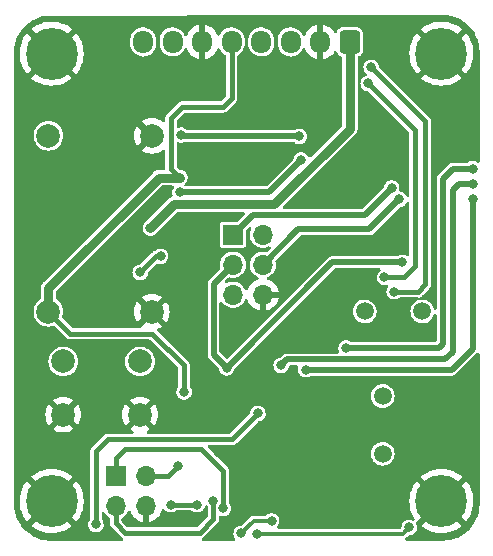
<source format=gbl>
G04 #@! TF.GenerationSoftware,KiCad,Pcbnew,(6.0.9)*
G04 #@! TF.CreationDate,2023-01-15T18:07:44+00:00*
G04 #@! TF.ProjectId,CanBus-Radio-VAG,43616e42-7573-42d5-9261-64696f2d5641,1.0*
G04 #@! TF.SameCoordinates,Original*
G04 #@! TF.FileFunction,Copper,L2,Bot*
G04 #@! TF.FilePolarity,Positive*
%FSLAX46Y46*%
G04 Gerber Fmt 4.6, Leading zero omitted, Abs format (unit mm)*
G04 Created by KiCad (PCBNEW (6.0.9)) date 2023-01-15 18:07:44*
%MOMM*%
%LPD*%
G01*
G04 APERTURE LIST*
G04 Aperture macros list*
%AMRoundRect*
0 Rectangle with rounded corners*
0 $1 Rounding radius*
0 $2 $3 $4 $5 $6 $7 $8 $9 X,Y pos of 4 corners*
0 Add a 4 corners polygon primitive as box body*
4,1,4,$2,$3,$4,$5,$6,$7,$8,$9,$2,$3,0*
0 Add four circle primitives for the rounded corners*
1,1,$1+$1,$2,$3*
1,1,$1+$1,$4,$5*
1,1,$1+$1,$6,$7*
1,1,$1+$1,$8,$9*
0 Add four rect primitives between the rounded corners*
20,1,$1+$1,$2,$3,$4,$5,0*
20,1,$1+$1,$4,$5,$6,$7,0*
20,1,$1+$1,$6,$7,$8,$9,0*
20,1,$1+$1,$8,$9,$2,$3,0*%
G04 Aperture macros list end*
G04 #@! TA.AperFunction,ComponentPad*
%ADD10C,2.000000*%
G04 #@! TD*
G04 #@! TA.AperFunction,ComponentPad*
%ADD11C,4.400000*%
G04 #@! TD*
G04 #@! TA.AperFunction,ComponentPad*
%ADD12C,1.500000*%
G04 #@! TD*
G04 #@! TA.AperFunction,ComponentPad*
%ADD13O,1.700000X1.950000*%
G04 #@! TD*
G04 #@! TA.AperFunction,ComponentPad*
%ADD14RoundRect,0.250000X0.600000X0.725000X-0.600000X0.725000X-0.600000X-0.725000X0.600000X-0.725000X0*%
G04 #@! TD*
G04 #@! TA.AperFunction,ComponentPad*
%ADD15O,1.700000X1.700000*%
G04 #@! TD*
G04 #@! TA.AperFunction,ComponentPad*
%ADD16R,1.700000X1.700000*%
G04 #@! TD*
G04 #@! TA.AperFunction,ViaPad*
%ADD17C,0.800000*%
G04 #@! TD*
G04 #@! TA.AperFunction,Conductor*
%ADD18C,0.800000*%
G04 #@! TD*
G04 #@! TA.AperFunction,Conductor*
%ADD19C,0.450000*%
G04 #@! TD*
G04 #@! TA.AperFunction,Conductor*
%ADD20C,0.500000*%
G04 #@! TD*
G04 #@! TA.AperFunction,Conductor*
%ADD21C,0.350000*%
G04 #@! TD*
G04 APERTURE END LIST*
D10*
X73228500Y-75352000D03*
X73228500Y-60452000D03*
X81978500Y-75352000D03*
X81978500Y-60452000D03*
D11*
X73500000Y-91400000D03*
X106500000Y-91400000D03*
X73500000Y-53500000D03*
X106500000Y-53500000D03*
D12*
X101523800Y-87379200D03*
X101523800Y-82499200D03*
X99996600Y-75336400D03*
X104876600Y-75336400D03*
D10*
X80985500Y-79565500D03*
X80985500Y-84065500D03*
X74485500Y-79565500D03*
X74485500Y-84065500D03*
D13*
X81242500Y-52514500D03*
X83742500Y-52514500D03*
X86242500Y-52514500D03*
X88742500Y-52514500D03*
X91242500Y-52514500D03*
X93742500Y-52514500D03*
X96242500Y-52514500D03*
D14*
X98742500Y-52514500D03*
D15*
X91376500Y-73914000D03*
X88836500Y-73914000D03*
X91376500Y-71374000D03*
X88836500Y-71374000D03*
X91376500Y-68834000D03*
D16*
X88836500Y-68834000D03*
D15*
X81470500Y-91821000D03*
X78930500Y-91821000D03*
X81470500Y-89281000D03*
D16*
X78930500Y-89281000D03*
D17*
X73888600Y-70053200D03*
X73837800Y-68173600D03*
X73837800Y-66344800D03*
X102031800Y-89357200D03*
X97053400Y-90728800D03*
X76581000Y-80772000D03*
X77952600Y-80772000D03*
X76581000Y-82042000D03*
X78003400Y-82042000D03*
X72720200Y-66344800D03*
X72720200Y-68173600D03*
X72771000Y-70053200D03*
X95326200Y-93167200D03*
X90652600Y-86360000D03*
X91973400Y-87630000D03*
X90957400Y-88442800D03*
X89687400Y-87274400D03*
X84353400Y-64008000D03*
X84709000Y-82143600D03*
X84200164Y-88392836D03*
X88023210Y-92003777D03*
X87198200Y-91389200D03*
X109143800Y-65786000D03*
X95021400Y-80264000D03*
X102946200Y-65836800D03*
X88315800Y-80111600D03*
X103200200Y-71170800D03*
X109143800Y-64516000D03*
X92923595Y-79893395D03*
X90957400Y-83972400D03*
X77241400Y-93370400D03*
X85826600Y-91694000D03*
X83591400Y-91694000D03*
X102285800Y-64871600D03*
X109143800Y-63246000D03*
X98425000Y-78421610D03*
X92125800Y-93065600D03*
X89535000Y-94132400D03*
X84353400Y-65243190D03*
X94618839Y-62502811D03*
X94462600Y-60502800D03*
X84439010Y-60397830D03*
X81000600Y-72034400D03*
X82727800Y-70662800D03*
X81864200Y-68275200D03*
X101676200Y-72440800D03*
X100304602Y-56032400D03*
X102501200Y-73660000D03*
X100558600Y-54660800D03*
X103759000Y-93624400D03*
X90870415Y-94147015D03*
D18*
X73228500Y-73354900D02*
X82575400Y-64008000D01*
X82575400Y-64008000D02*
X84353400Y-64008000D01*
X73228500Y-75352000D02*
X73228500Y-73354900D01*
D19*
X84709000Y-82143600D02*
X84709000Y-79908400D01*
X84709000Y-79908400D02*
X82016600Y-77216000D01*
X75092500Y-77216000D02*
X73228500Y-75352000D01*
X82016600Y-77216000D02*
X75092500Y-77216000D01*
X83312000Y-89281000D02*
X84200164Y-88392836D01*
X81470500Y-89281000D02*
X83312000Y-89281000D01*
X88742500Y-57282100D02*
X88742500Y-52514500D01*
X88011000Y-58013600D02*
X88742500Y-57282100D01*
X84556600Y-58013600D02*
X88011000Y-58013600D01*
X83591400Y-58978800D02*
X84556600Y-58013600D01*
X83591400Y-63246000D02*
X83591400Y-58978800D01*
X84353400Y-64008000D02*
X83591400Y-63246000D01*
X78930500Y-89281000D02*
X78930500Y-87769700D01*
X78930500Y-87769700D02*
X79730600Y-86969600D01*
X79730600Y-86969600D02*
X86182200Y-86969600D01*
X86182200Y-86969600D02*
X88023210Y-88810610D01*
X88023210Y-88810610D02*
X88023210Y-92003777D01*
X79730600Y-94081600D02*
X78930500Y-93281500D01*
X87198200Y-91389200D02*
X87198200Y-92913200D01*
X78930500Y-93281500D02*
X78930500Y-91821000D01*
X87198200Y-92913200D02*
X86029800Y-94081600D01*
X86029800Y-94081600D02*
X79730600Y-94081600D01*
D20*
X109143800Y-65786000D02*
X109143800Y-78486000D01*
X107365800Y-80264000D02*
X95021400Y-80264000D01*
X109143800Y-78486000D02*
X107365800Y-80264000D01*
X100406200Y-68376800D02*
X102946200Y-65836800D01*
X91376500Y-71374000D02*
X94373700Y-68376800D01*
X94373700Y-68376800D02*
X100406200Y-68376800D01*
X87204601Y-79000401D02*
X88315800Y-80111600D01*
X87204601Y-73005899D02*
X87204601Y-79000401D01*
X88836500Y-71374000D02*
X87204601Y-73005899D01*
X88315800Y-80111600D02*
X97256600Y-71170800D01*
X97256600Y-71170800D02*
X103200200Y-71170800D01*
X109143800Y-64516000D02*
X108026200Y-64516000D01*
X108026200Y-64516000D02*
X107467400Y-65074800D01*
X107467400Y-65074800D02*
X107467400Y-78384400D01*
X107467400Y-78384400D02*
X107467400Y-78740000D01*
X107467400Y-78740000D02*
X106807000Y-79400400D01*
X93416590Y-79400400D02*
X92923595Y-79893395D01*
X106807000Y-79400400D02*
X93416590Y-79400400D01*
D19*
X90957400Y-83972400D02*
X88773000Y-86156800D01*
X88773000Y-86156800D02*
X78257400Y-86156800D01*
X77241400Y-87172800D02*
X77241400Y-93370400D01*
X78257400Y-86156800D02*
X77241400Y-87172800D01*
X85826600Y-91694000D02*
X83591400Y-91694000D01*
D20*
X99999800Y-67157600D02*
X102285800Y-64871600D01*
X90512900Y-67157600D02*
X99999800Y-67157600D01*
X88836500Y-68834000D02*
X90512900Y-67157600D01*
X106603800Y-64109600D02*
X106603800Y-78079600D01*
X106261790Y-78421610D02*
X98425000Y-78421610D01*
X106603800Y-78079600D02*
X106261790Y-78421610D01*
X109143800Y-63246000D02*
X107467400Y-63246000D01*
X107467400Y-63246000D02*
X106603800Y-64109600D01*
D21*
X92125800Y-93065600D02*
X90601800Y-93065600D01*
X90601800Y-93065600D02*
X89535000Y-94132400D01*
D20*
X91878460Y-65243190D02*
X94618839Y-62502811D01*
X84353400Y-65243190D02*
X91878460Y-65243190D01*
X94462600Y-60502800D02*
X84543980Y-60502800D01*
X84543980Y-60502800D02*
X84439010Y-60397830D01*
D19*
X81000600Y-72034400D02*
X82372200Y-70662800D01*
X82372200Y-70662800D02*
X82727800Y-70662800D01*
D18*
X98742500Y-59859154D02*
X98742500Y-52514500D01*
X83896200Y-66243200D02*
X92358454Y-66243200D01*
X92358454Y-66243200D02*
X98742500Y-59859154D01*
X81864200Y-68275200D02*
X83896200Y-66243200D01*
D19*
X103352600Y-72440800D02*
X104267000Y-71526400D01*
X104267000Y-71526400D02*
X104267000Y-59994798D01*
X101676200Y-72440800D02*
X103352600Y-72440800D01*
X104267000Y-59994798D02*
X100304602Y-56032400D01*
X102501200Y-73660000D02*
X104521000Y-73660000D01*
X104521000Y-73660000D02*
X105130600Y-73050400D01*
X105130600Y-73050400D02*
X105130600Y-59232800D01*
X105130600Y-59232800D02*
X101727000Y-55829200D01*
X101727000Y-55829200D02*
X100558600Y-54660800D01*
D21*
X103236385Y-94147015D02*
X90870415Y-94147015D01*
X103759000Y-93624400D02*
X103236385Y-94147015D01*
G04 #@! TA.AperFunction,Conductor*
G36*
X106662376Y-50231877D02*
G01*
X106662968Y-50231888D01*
X106675094Y-50234539D01*
X106687312Y-50232348D01*
X106699716Y-50232582D01*
X106699715Y-50232657D01*
X106710719Y-50232068D01*
X106989605Y-50251789D01*
X107002538Y-50253379D01*
X107306551Y-50306836D01*
X107319251Y-50309753D01*
X107616121Y-50394323D01*
X107628451Y-50398536D01*
X107914999Y-50513314D01*
X107926828Y-50518778D01*
X108199990Y-50662535D01*
X108211185Y-50669187D01*
X108388383Y-50787295D01*
X108468046Y-50840393D01*
X108478499Y-50848171D01*
X108716291Y-51044976D01*
X108725887Y-51053792D01*
X108942094Y-51274117D01*
X108950726Y-51283876D01*
X108956279Y-51290849D01*
X109143009Y-51525336D01*
X109150588Y-51535935D01*
X109316919Y-51795981D01*
X109323361Y-51807301D01*
X109362128Y-51884463D01*
X109461939Y-52083126D01*
X109467179Y-52095056D01*
X109497060Y-52173933D01*
X109557643Y-52333857D01*
X109576530Y-52383715D01*
X109580508Y-52396116D01*
X109659466Y-52694538D01*
X109662142Y-52707287D01*
X109706219Y-52989016D01*
X109709856Y-53012266D01*
X109711200Y-53025222D01*
X109723394Y-53260714D01*
X109725657Y-53304427D01*
X109724861Y-53315421D01*
X109724935Y-53315421D01*
X109724935Y-53327828D01*
X109722514Y-53340000D01*
X109725079Y-53352894D01*
X109727499Y-53377470D01*
X109727437Y-57324259D01*
X109727355Y-62608772D01*
X109707352Y-62676892D01*
X109653696Y-62723384D01*
X109583421Y-62733487D01*
X109529447Y-62712236D01*
X109525746Y-62709664D01*
X109520075Y-62704611D01*
X109513363Y-62701057D01*
X109513360Y-62701055D01*
X109386788Y-62634039D01*
X109386789Y-62634039D01*
X109380074Y-62630484D01*
X109226433Y-62591892D01*
X109218834Y-62591852D01*
X109218833Y-62591852D01*
X109152981Y-62591507D01*
X109068021Y-62591062D01*
X109060641Y-62592834D01*
X109060639Y-62592834D01*
X108921363Y-62626271D01*
X108921360Y-62626272D01*
X108913984Y-62628043D01*
X108773214Y-62700700D01*
X108767492Y-62705692D01*
X108767490Y-62705693D01*
X108762036Y-62710451D01*
X108697553Y-62740157D01*
X108679209Y-62741500D01*
X107538025Y-62741500D01*
X107526020Y-62740159D01*
X107525980Y-62740655D01*
X107517033Y-62739935D01*
X107508277Y-62737954D01*
X107464739Y-62740655D01*
X107455019Y-62741258D01*
X107447217Y-62741500D01*
X107431174Y-62741500D01*
X107426744Y-62742135D01*
X107426737Y-62742135D01*
X107420936Y-62742966D01*
X107410881Y-62743996D01*
X107373001Y-62746346D01*
X107372999Y-62746346D01*
X107364042Y-62746902D01*
X107355601Y-62749949D01*
X107352323Y-62750628D01*
X107336455Y-62754584D01*
X107333231Y-62755527D01*
X107324348Y-62756799D01*
X107316179Y-62760513D01*
X107316173Y-62760515D01*
X107281621Y-62776225D01*
X107272253Y-62780039D01*
X107228116Y-62795972D01*
X107220866Y-62801269D01*
X107217899Y-62802846D01*
X107203786Y-62811093D01*
X107200963Y-62812898D01*
X107192795Y-62816612D01*
X107185998Y-62822469D01*
X107185996Y-62822470D01*
X107157247Y-62847243D01*
X107149336Y-62853525D01*
X107138456Y-62861473D01*
X107127594Y-62872335D01*
X107120748Y-62878693D01*
X107083318Y-62910944D01*
X107078434Y-62918479D01*
X107072701Y-62925051D01*
X107063474Y-62936455D01*
X106297006Y-63702923D01*
X106287566Y-63710465D01*
X106287889Y-63710845D01*
X106281053Y-63716663D01*
X106273461Y-63721453D01*
X106267519Y-63728181D01*
X106238129Y-63761459D01*
X106232783Y-63767146D01*
X106221449Y-63778480D01*
X106218764Y-63782063D01*
X106218762Y-63782065D01*
X106215247Y-63786755D01*
X106208862Y-63794598D01*
X106177799Y-63829770D01*
X106173986Y-63837892D01*
X106172146Y-63840693D01*
X106163737Y-63854688D01*
X106162115Y-63857651D01*
X106156730Y-63864836D01*
X106153577Y-63873246D01*
X106153576Y-63873248D01*
X106140254Y-63908782D01*
X106136330Y-63918095D01*
X106116383Y-63960582D01*
X106115001Y-63969456D01*
X106114015Y-63972683D01*
X106109875Y-63988466D01*
X106109154Y-63991744D01*
X106106002Y-64000152D01*
X106105112Y-64012136D01*
X106102524Y-64046957D01*
X106101370Y-64057004D01*
X106099300Y-64070297D01*
X106099300Y-64085662D01*
X106098954Y-64094999D01*
X106095293Y-64144267D01*
X106097166Y-64153042D01*
X106097759Y-64161738D01*
X106099300Y-64176338D01*
X106099300Y-75057364D01*
X106079298Y-75125485D01*
X106025642Y-75171978D01*
X105955368Y-75182082D01*
X105890788Y-75152588D01*
X105852678Y-75093782D01*
X105828581Y-75013969D01*
X105809800Y-74951763D01*
X105790950Y-74916312D01*
X105720211Y-74783271D01*
X105720209Y-74783268D01*
X105717317Y-74777829D01*
X105592812Y-74625170D01*
X105498386Y-74547054D01*
X105445777Y-74503532D01*
X105445774Y-74503530D01*
X105441027Y-74499603D01*
X105267743Y-74405908D01*
X105079560Y-74347656D01*
X105073435Y-74347012D01*
X105073434Y-74347012D01*
X104889776Y-74327709D01*
X104889774Y-74327709D01*
X104883647Y-74327065D01*
X104792570Y-74335354D01*
X104722918Y-74321609D01*
X104671753Y-74272388D01*
X104655322Y-74203319D01*
X104678840Y-74136331D01*
X104732486Y-74095801D01*
X104732055Y-74094991D01*
X104737129Y-74092293D01*
X104738364Y-74091360D01*
X104739983Y-74090776D01*
X104739987Y-74090774D01*
X104748427Y-74087727D01*
X104755679Y-74082429D01*
X104760929Y-74079637D01*
X104768811Y-74075032D01*
X104773825Y-74071826D01*
X104781997Y-74068110D01*
X104815593Y-74039161D01*
X104823511Y-74032874D01*
X104826476Y-74030708D01*
X104829707Y-74028348D01*
X104829711Y-74028345D01*
X104833642Y-74025473D01*
X104843798Y-74015317D01*
X104850645Y-74008959D01*
X104853157Y-74006795D01*
X104886049Y-73978453D01*
X104890928Y-73970926D01*
X104896834Y-73964156D01*
X104896901Y-73964215D01*
X104905381Y-73953734D01*
X105421696Y-73437419D01*
X105430521Y-73430368D01*
X105430141Y-73429921D01*
X105436977Y-73424103D01*
X105444569Y-73419313D01*
X105478029Y-73381427D01*
X105483375Y-73375740D01*
X105494004Y-73365111D01*
X105499741Y-73357456D01*
X105506130Y-73349608D01*
X105529548Y-73323093D01*
X105535491Y-73316364D01*
X105539305Y-73308241D01*
X105542571Y-73303269D01*
X105547271Y-73295446D01*
X105550134Y-73290217D01*
X105555517Y-73283034D01*
X105571082Y-73241514D01*
X105575002Y-73232209D01*
X105593864Y-73192034D01*
X105595245Y-73183162D01*
X105596989Y-73177458D01*
X105599296Y-73168663D01*
X105600579Y-73162830D01*
X105603730Y-73154424D01*
X105604395Y-73145474D01*
X105604396Y-73145470D01*
X105607017Y-73110197D01*
X105608170Y-73100153D01*
X105609352Y-73092563D01*
X105609352Y-73092561D01*
X105610100Y-73087757D01*
X105610100Y-73073389D01*
X105610446Y-73064051D01*
X105613244Y-73026399D01*
X105613909Y-73017451D01*
X105612036Y-73008675D01*
X105611425Y-72999718D01*
X105611515Y-72999712D01*
X105610100Y-72986308D01*
X105610100Y-59300621D01*
X105611354Y-59289401D01*
X105610769Y-59289354D01*
X105611489Y-59280406D01*
X105613470Y-59271651D01*
X105610342Y-59221227D01*
X105610100Y-59213426D01*
X105610100Y-59198369D01*
X105608741Y-59188882D01*
X105607711Y-59178823D01*
X105605522Y-59143528D01*
X105604966Y-59134564D01*
X105601916Y-59126115D01*
X105600704Y-59120265D01*
X105598506Y-59111448D01*
X105596831Y-59105721D01*
X105595559Y-59096836D01*
X105577196Y-59056450D01*
X105573390Y-59047098D01*
X105561377Y-59013820D01*
X105561375Y-59013816D01*
X105558327Y-59005373D01*
X105553028Y-58998120D01*
X105550237Y-58992871D01*
X105545635Y-58984995D01*
X105542427Y-58979979D01*
X105538710Y-58971803D01*
X105509758Y-58938202D01*
X105503470Y-58930283D01*
X105498946Y-58924090D01*
X105496073Y-58920157D01*
X105485911Y-58909995D01*
X105479553Y-58903148D01*
X105454914Y-58874553D01*
X105449053Y-58867751D01*
X105441518Y-58862867D01*
X105434756Y-58856968D01*
X105434816Y-58856900D01*
X105424338Y-58848422D01*
X102162338Y-55586423D01*
X104778703Y-55586423D01*
X104786227Y-55596854D01*
X104925483Y-55709020D01*
X104931657Y-55713408D01*
X105202271Y-55882178D01*
X105208931Y-55885794D01*
X105497852Y-56020827D01*
X105504905Y-56023620D01*
X105807970Y-56122970D01*
X105815282Y-56124888D01*
X106128092Y-56187109D01*
X106135590Y-56188137D01*
X106453610Y-56212328D01*
X106461173Y-56212446D01*
X106779785Y-56198257D01*
X106787326Y-56197465D01*
X107101924Y-56145101D01*
X107109302Y-56143411D01*
X107415355Y-56053625D01*
X107422450Y-56051071D01*
X107715496Y-55925169D01*
X107722263Y-55921765D01*
X107998042Y-55761580D01*
X108004349Y-55757390D01*
X108214305Y-55598889D01*
X108222761Y-55587496D01*
X108216045Y-55575256D01*
X106512810Y-53872020D01*
X106498869Y-53864408D01*
X106497034Y-53864539D01*
X106490420Y-53868790D01*
X104785818Y-55573393D01*
X104778703Y-55586423D01*
X102162338Y-55586423D01*
X102041711Y-55465796D01*
X101246083Y-54670168D01*
X101212057Y-54607856D01*
X101210091Y-54596210D01*
X101199788Y-54511073D01*
X101198876Y-54503533D01*
X101142880Y-54355346D01*
X101053153Y-54224792D01*
X100934875Y-54119411D01*
X100927489Y-54115500D01*
X100801588Y-54048839D01*
X100801589Y-54048839D01*
X100794874Y-54045284D01*
X100641233Y-54006692D01*
X100633634Y-54006652D01*
X100633633Y-54006652D01*
X100567781Y-54006307D01*
X100482821Y-54005862D01*
X100475441Y-54007634D01*
X100475439Y-54007634D01*
X100336163Y-54041071D01*
X100336160Y-54041072D01*
X100328784Y-54042843D01*
X100188014Y-54115500D01*
X100068639Y-54219638D01*
X99977550Y-54349244D01*
X99920006Y-54496837D01*
X99919014Y-54504370D01*
X99919014Y-54504371D01*
X99918498Y-54508295D01*
X99899329Y-54653896D01*
X99916713Y-54811353D01*
X99971153Y-54960119D01*
X100059508Y-55091605D01*
X100167413Y-55189790D01*
X100204335Y-55250429D01*
X100202612Y-55321405D01*
X100162790Y-55380182D01*
X100112028Y-55405501D01*
X100082172Y-55412669D01*
X100082166Y-55412671D01*
X100074786Y-55414443D01*
X99934016Y-55487100D01*
X99814641Y-55591238D01*
X99723552Y-55720844D01*
X99666008Y-55868437D01*
X99665016Y-55875970D01*
X99665016Y-55875971D01*
X99647922Y-56005815D01*
X99639901Y-56023947D01*
X99643896Y-56030164D01*
X99648239Y-56051835D01*
X99656093Y-56122970D01*
X99662715Y-56182953D01*
X99665325Y-56190084D01*
X99665325Y-56190086D01*
X99673508Y-56212446D01*
X99717155Y-56331719D01*
X99805510Y-56463205D01*
X99922678Y-56569819D01*
X100061895Y-56645408D01*
X100215124Y-56685607D01*
X100227179Y-56685796D01*
X100229697Y-56685836D01*
X100297495Y-56706906D01*
X100316812Y-56722725D01*
X103750595Y-60156508D01*
X103784621Y-60218820D01*
X103787500Y-60245603D01*
X103787500Y-65521619D01*
X103767498Y-65589740D01*
X103713842Y-65636233D01*
X103643568Y-65646337D01*
X103578988Y-65616843D01*
X103543634Y-65566157D01*
X103533164Y-65538449D01*
X103530480Y-65531346D01*
X103523795Y-65521619D01*
X103445055Y-65407051D01*
X103445054Y-65407049D01*
X103440753Y-65400792D01*
X103322475Y-65295411D01*
X103182474Y-65221284D01*
X103028833Y-65182692D01*
X103028787Y-65182692D01*
X102966660Y-65155595D01*
X102927259Y-65096535D01*
X102922787Y-65041219D01*
X102944381Y-64889491D01*
X102944381Y-64889488D01*
X102944962Y-64885407D01*
X102945107Y-64871600D01*
X102926076Y-64714333D01*
X102870080Y-64566146D01*
X102851671Y-64539360D01*
X102784655Y-64441851D01*
X102784654Y-64441849D01*
X102780353Y-64435592D01*
X102758632Y-64416239D01*
X102744060Y-64403256D01*
X102662075Y-64330211D01*
X102654689Y-64326300D01*
X102528788Y-64259639D01*
X102528789Y-64259639D01*
X102522074Y-64256084D01*
X102368433Y-64217492D01*
X102360834Y-64217452D01*
X102360833Y-64217452D01*
X102294981Y-64217107D01*
X102210021Y-64216662D01*
X102202641Y-64218434D01*
X102202639Y-64218434D01*
X102063363Y-64251871D01*
X102063360Y-64251872D01*
X102055984Y-64253643D01*
X101915214Y-64326300D01*
X101795839Y-64430438D01*
X101704750Y-64560044D01*
X101678382Y-64627674D01*
X101650416Y-64699405D01*
X101647206Y-64707637D01*
X101646215Y-64715168D01*
X101646214Y-64715170D01*
X101639282Y-64767826D01*
X101610559Y-64832753D01*
X101603455Y-64840474D01*
X99827734Y-66616195D01*
X99765422Y-66650221D01*
X99738639Y-66653100D01*
X93178347Y-66653100D01*
X93110226Y-66633098D01*
X93063733Y-66579442D01*
X93053629Y-66509168D01*
X93083123Y-66444588D01*
X93089252Y-66438005D01*
X99147645Y-60379611D01*
X99156349Y-60371690D01*
X99163010Y-60367463D01*
X99211243Y-60316100D01*
X99213997Y-60313259D01*
X99234418Y-60292838D01*
X99237098Y-60289383D01*
X99244803Y-60280362D01*
X99270786Y-60252693D01*
X99276210Y-60246917D01*
X99283682Y-60233326D01*
X99286452Y-60228288D01*
X99297307Y-60211764D01*
X99305472Y-60201238D01*
X99305475Y-60201232D01*
X99310333Y-60194970D01*
X99328554Y-60152864D01*
X99333770Y-60142217D01*
X99355875Y-60102007D01*
X99361163Y-60081412D01*
X99367564Y-60062717D01*
X99372861Y-60050475D01*
X99376007Y-60043205D01*
X99383183Y-59997894D01*
X99385591Y-59986271D01*
X99395029Y-59949514D01*
X99395029Y-59949513D01*
X99397000Y-59941837D01*
X99397000Y-59920580D01*
X99398551Y-59900869D01*
X99400636Y-59887705D01*
X99401876Y-59879876D01*
X99397559Y-59834206D01*
X99397000Y-59822349D01*
X99397000Y-56065662D01*
X99407866Y-56028654D01*
X99398505Y-56008784D01*
X99397000Y-55989369D01*
X99397000Y-53845225D01*
X99417002Y-53777104D01*
X99470658Y-53730611D01*
X99478771Y-53727243D01*
X99522646Y-53710795D01*
X99587264Y-53686571D01*
X99594443Y-53681191D01*
X99594446Y-53681189D01*
X99695724Y-53605285D01*
X99702904Y-53599904D01*
X99718213Y-53579477D01*
X99784189Y-53491446D01*
X99784191Y-53491443D01*
X99789571Y-53484264D01*
X99792900Y-53475383D01*
X103787388Y-53475383D01*
X103803245Y-53793914D01*
X103804076Y-53801443D01*
X103858085Y-54115759D01*
X103859818Y-54123146D01*
X103951196Y-54428695D01*
X103953799Y-54435808D01*
X104081227Y-54728173D01*
X104084669Y-54734929D01*
X104246296Y-55009865D01*
X104250519Y-55016150D01*
X104401463Y-55213934D01*
X104412989Y-55222396D01*
X104425054Y-55215735D01*
X106127980Y-53512810D01*
X106134357Y-53501131D01*
X106864408Y-53501131D01*
X106864539Y-53502966D01*
X106868790Y-53509580D01*
X108573285Y-55214074D01*
X108586408Y-55221240D01*
X108596709Y-55213851D01*
X108700751Y-55086055D01*
X108705164Y-55079914D01*
X108875349Y-54810187D01*
X108879005Y-54803536D01*
X109015544Y-54515335D01*
X109018375Y-54508295D01*
X109119306Y-54205767D01*
X109121270Y-54198433D01*
X109185122Y-53885989D01*
X109186194Y-53878465D01*
X109212173Y-53559051D01*
X109212378Y-53554576D01*
X109212927Y-53502221D01*
X109212817Y-53497789D01*
X109193529Y-53177853D01*
X109192621Y-53170351D01*
X109135319Y-52856593D01*
X109133518Y-52849260D01*
X109038935Y-52544655D01*
X109036263Y-52537583D01*
X108905781Y-52246570D01*
X108902264Y-52239843D01*
X108737771Y-51966621D01*
X108733481Y-51960377D01*
X108597991Y-51786647D01*
X108586199Y-51778178D01*
X108574486Y-51784725D01*
X106872020Y-53487190D01*
X106864408Y-53501131D01*
X106134357Y-53501131D01*
X106135592Y-53498869D01*
X106135461Y-53497034D01*
X106131210Y-53490420D01*
X104426445Y-51785656D01*
X104413510Y-51778592D01*
X104402949Y-51786252D01*
X104282766Y-51937072D01*
X104278410Y-51943270D01*
X104111059Y-52214764D01*
X104107479Y-52221440D01*
X103973956Y-52511074D01*
X103971206Y-52518125D01*
X103873444Y-52821708D01*
X103871561Y-52829041D01*
X103810979Y-53142170D01*
X103809992Y-53149670D01*
X103787467Y-53467802D01*
X103787388Y-53475383D01*
X99792900Y-53475383D01*
X99840298Y-53348948D01*
X99847000Y-53287256D01*
X99847000Y-51741744D01*
X99840298Y-51680052D01*
X99830434Y-51653738D01*
X99792721Y-51553140D01*
X99789571Y-51544736D01*
X99784191Y-51537557D01*
X99784189Y-51537554D01*
X99708285Y-51436276D01*
X99702904Y-51429096D01*
X99681992Y-51413423D01*
X104777917Y-51413423D01*
X104784520Y-51425309D01*
X106487190Y-53127980D01*
X106501131Y-53135592D01*
X106502966Y-53135461D01*
X106509580Y-53131210D01*
X108214559Y-51426230D01*
X108221571Y-51413389D01*
X108213777Y-51402701D01*
X108051298Y-51274613D01*
X108045075Y-51270288D01*
X107772702Y-51104357D01*
X107766025Y-51100822D01*
X107475686Y-50968813D01*
X107468616Y-50966099D01*
X107164537Y-50869932D01*
X107157186Y-50868085D01*
X106843746Y-50809142D01*
X106836237Y-50808194D01*
X106517989Y-50787335D01*
X106510424Y-50787295D01*
X106191964Y-50804821D01*
X106184450Y-50805690D01*
X105870405Y-50861348D01*
X105863044Y-50863115D01*
X105557980Y-50956092D01*
X105550860Y-50958740D01*
X105259182Y-51087690D01*
X105252445Y-51091167D01*
X104978355Y-51254233D01*
X104972091Y-51258490D01*
X104786385Y-51401762D01*
X104777917Y-51413423D01*
X99681992Y-51413423D01*
X99635678Y-51378713D01*
X99594446Y-51347811D01*
X99594443Y-51347809D01*
X99587264Y-51342429D01*
X99483977Y-51303709D01*
X99459343Y-51294474D01*
X99459341Y-51294474D01*
X99451948Y-51291702D01*
X99444098Y-51290849D01*
X99444097Y-51290849D01*
X99393653Y-51285369D01*
X99393652Y-51285369D01*
X99390256Y-51285000D01*
X98094744Y-51285000D01*
X98091348Y-51285369D01*
X98091347Y-51285369D01*
X98040903Y-51290849D01*
X98040902Y-51290849D01*
X98033052Y-51291702D01*
X98025659Y-51294474D01*
X98025657Y-51294474D01*
X98001023Y-51303709D01*
X97897736Y-51342429D01*
X97890557Y-51347809D01*
X97890554Y-51347811D01*
X97849322Y-51378713D01*
X97782096Y-51429096D01*
X97776715Y-51436276D01*
X97700811Y-51537554D01*
X97700809Y-51537557D01*
X97695429Y-51544736D01*
X97644702Y-51680052D01*
X97642180Y-51679107D01*
X97613415Y-51729474D01*
X97550464Y-51762303D01*
X97479758Y-51755886D01*
X97421518Y-51709060D01*
X97307650Y-51539925D01*
X97300981Y-51531630D01*
X97149272Y-51372600D01*
X97141314Y-51365559D01*
X96964975Y-51234359D01*
X96955938Y-51228755D01*
X96760016Y-51129143D01*
X96750165Y-51125143D01*
X96540260Y-51059966D01*
X96529876Y-51057683D01*
X96514457Y-51055639D01*
X96500293Y-51057835D01*
X96496500Y-51071022D01*
X96496500Y-53955692D01*
X96500473Y-53969223D01*
X96511080Y-53970748D01*
X96628921Y-53946023D01*
X96639117Y-53942963D01*
X96843529Y-53862237D01*
X96853061Y-53857506D01*
X97040962Y-53743484D01*
X97049552Y-53737220D01*
X97215552Y-53593173D01*
X97222972Y-53585542D01*
X97362326Y-53415589D01*
X97368348Y-53406826D01*
X97415561Y-53323883D01*
X97466644Y-53274576D01*
X97536274Y-53260714D01*
X97602345Y-53286697D01*
X97643880Y-53344276D01*
X97644378Y-53345968D01*
X97644702Y-53348948D01*
X97695429Y-53484264D01*
X97700809Y-53491443D01*
X97700811Y-53491446D01*
X97766787Y-53579477D01*
X97782096Y-53599904D01*
X97789276Y-53605285D01*
X97890554Y-53681189D01*
X97890557Y-53681191D01*
X97897736Y-53686571D01*
X97962354Y-53710795D01*
X98006229Y-53727243D01*
X98062994Y-53769884D01*
X98087694Y-53836446D01*
X98088000Y-53845225D01*
X98088000Y-59535861D01*
X98067998Y-59603982D01*
X98051095Y-59624956D01*
X95416677Y-62259374D01*
X95354365Y-62293400D01*
X95283550Y-62288335D01*
X95226714Y-62245788D01*
X95209715Y-62214813D01*
X95205804Y-62204462D01*
X95205803Y-62204461D01*
X95203119Y-62197357D01*
X95113392Y-62066803D01*
X94995114Y-61961422D01*
X94987728Y-61957511D01*
X94861827Y-61890850D01*
X94861828Y-61890850D01*
X94855113Y-61887295D01*
X94701472Y-61848703D01*
X94693873Y-61848663D01*
X94693872Y-61848663D01*
X94628020Y-61848318D01*
X94543060Y-61847873D01*
X94535680Y-61849645D01*
X94535678Y-61849645D01*
X94396402Y-61883082D01*
X94396399Y-61883083D01*
X94389023Y-61884854D01*
X94248253Y-61957511D01*
X94128878Y-62061649D01*
X94037789Y-62191255D01*
X93980245Y-62338848D01*
X93979254Y-62346379D01*
X93979253Y-62346381D01*
X93972321Y-62399037D01*
X93943598Y-62463964D01*
X93936494Y-62471685D01*
X91706394Y-64701785D01*
X91644082Y-64735811D01*
X91617299Y-64738690D01*
X84848981Y-64738690D01*
X84780860Y-64718688D01*
X84734367Y-64665032D01*
X84724263Y-64594758D01*
X84753757Y-64530178D01*
X84774921Y-64510753D01*
X84798584Y-64493561D01*
X84804997Y-64488902D01*
X84810053Y-64482791D01*
X84814495Y-64477422D01*
X84829743Y-64461932D01*
X84832939Y-64459202D01*
X84832942Y-64459199D01*
X84838714Y-64454269D01*
X84869704Y-64411141D01*
X84874942Y-64404353D01*
X84905352Y-64367594D01*
X84910405Y-64361486D01*
X84915003Y-64351716D01*
X84926679Y-64331853D01*
X84931155Y-64325624D01*
X84933991Y-64318570D01*
X84952521Y-64272476D01*
X84955420Y-64265825D01*
X84977437Y-64219037D01*
X84977439Y-64219032D01*
X84980814Y-64211859D01*
X84982300Y-64204067D01*
X84983607Y-64200045D01*
X84985649Y-64193084D01*
X84985442Y-64193028D01*
X84987408Y-64185690D01*
X84990242Y-64178641D01*
X84998906Y-64117761D01*
X84999881Y-64111905D01*
X85010315Y-64057208D01*
X85011800Y-64049423D01*
X85011302Y-64041513D01*
X85011695Y-64035274D01*
X85011735Y-64029109D01*
X85011979Y-64025907D01*
X85012562Y-64021807D01*
X85012707Y-64008000D01*
X85012212Y-64003906D01*
X85012211Y-64003895D01*
X85005825Y-63951121D01*
X85005161Y-63943895D01*
X85001915Y-63892295D01*
X85001915Y-63892293D01*
X85001417Y-63884384D01*
X84998968Y-63876848D01*
X84998185Y-63872741D01*
X84996608Y-63865598D01*
X84996400Y-63865649D01*
X84994588Y-63858273D01*
X84993676Y-63850733D01*
X84989883Y-63840693D01*
X84971940Y-63793210D01*
X84969973Y-63787609D01*
X84952766Y-63734652D01*
X84952765Y-63734649D01*
X84950316Y-63727113D01*
X84946068Y-63720419D01*
X84945109Y-63718381D01*
X84943205Y-63715083D01*
X84940365Y-63709650D01*
X84937680Y-63702546D01*
X84900422Y-63648335D01*
X84897879Y-63644485D01*
X84865958Y-63594185D01*
X84865957Y-63594184D01*
X84861709Y-63587490D01*
X84855931Y-63582064D01*
X84854612Y-63580470D01*
X84851750Y-63577518D01*
X84847953Y-63571992D01*
X84842283Y-63566940D01*
X84842280Y-63566937D01*
X84795548Y-63525302D01*
X84793112Y-63523074D01*
X84746939Y-63479714D01*
X84741163Y-63474290D01*
X84734219Y-63470472D01*
X84733082Y-63469646D01*
X84729675Y-63466611D01*
X84663237Y-63431434D01*
X84661624Y-63430563D01*
X84603199Y-63398443D01*
X84603195Y-63398441D01*
X84596253Y-63394625D01*
X84591331Y-63393361D01*
X84589674Y-63392484D01*
X84545710Y-63381441D01*
X84509014Y-63372223D01*
X84508376Y-63372061D01*
X84456067Y-63358631D01*
X84436083Y-63353500D01*
X84428153Y-63353500D01*
X84420293Y-63352507D01*
X84420491Y-63350941D01*
X84361084Y-63333498D01*
X84340110Y-63316595D01*
X84107805Y-63084290D01*
X84073779Y-63021978D01*
X84070900Y-62995195D01*
X84070900Y-61141259D01*
X84090902Y-61073138D01*
X84144558Y-61026645D01*
X84214832Y-61016541D01*
X84228873Y-61019383D01*
X84342181Y-61049109D01*
X84342185Y-61049110D01*
X84349532Y-61051037D01*
X84433487Y-61052356D01*
X84500329Y-61053406D01*
X84500332Y-61053406D01*
X84507926Y-61053525D01*
X84662342Y-61018159D01*
X84669123Y-61014748D01*
X84711801Y-61007300D01*
X93995753Y-61007300D01*
X94063874Y-61027302D01*
X94068668Y-61030985D01*
X94068866Y-61030707D01*
X94075059Y-61035108D01*
X94080676Y-61040219D01*
X94219893Y-61115808D01*
X94373122Y-61156007D01*
X94457077Y-61157326D01*
X94523919Y-61158376D01*
X94523922Y-61158376D01*
X94531516Y-61158495D01*
X94685932Y-61123129D01*
X94768413Y-61081646D01*
X94820672Y-61055363D01*
X94820675Y-61055361D01*
X94827455Y-61051951D01*
X94833226Y-61047022D01*
X94833229Y-61047020D01*
X94942136Y-60954004D01*
X94942136Y-60954003D01*
X94947914Y-60949069D01*
X95040355Y-60820424D01*
X95099442Y-60673441D01*
X95121762Y-60516607D01*
X95121907Y-60502800D01*
X95102876Y-60345533D01*
X95046880Y-60197346D01*
X95016310Y-60152866D01*
X94961455Y-60073051D01*
X94961454Y-60073049D01*
X94957153Y-60066792D01*
X94838875Y-59961411D01*
X94831489Y-59957500D01*
X94743027Y-59910662D01*
X94698874Y-59887284D01*
X94545233Y-59848692D01*
X94537634Y-59848652D01*
X94537633Y-59848652D01*
X94471781Y-59848307D01*
X94386821Y-59847862D01*
X94379441Y-59849634D01*
X94379439Y-59849634D01*
X94240163Y-59883071D01*
X94240160Y-59883072D01*
X94232784Y-59884843D01*
X94226039Y-59888324D01*
X94226040Y-59888324D01*
X94107487Y-59949514D01*
X94092014Y-59957500D01*
X94086292Y-59962492D01*
X94086290Y-59962493D01*
X94080836Y-59967251D01*
X94016353Y-59996957D01*
X93998009Y-59998300D01*
X85021398Y-59998300D01*
X84953277Y-59978298D01*
X84933794Y-59961562D01*
X84933563Y-59961822D01*
X84933102Y-59961411D01*
X84815285Y-59856441D01*
X84675284Y-59782314D01*
X84521643Y-59743722D01*
X84514044Y-59743682D01*
X84514043Y-59743682D01*
X84448191Y-59743337D01*
X84363231Y-59742892D01*
X84355851Y-59744664D01*
X84355849Y-59744664D01*
X84287631Y-59761042D01*
X84226313Y-59775763D01*
X84155406Y-59772216D01*
X84097672Y-59730896D01*
X84071442Y-59664923D01*
X84070900Y-59653244D01*
X84070900Y-59229605D01*
X84090902Y-59161484D01*
X84107805Y-59140510D01*
X84718310Y-58530005D01*
X84780622Y-58495979D01*
X84807405Y-58493100D01*
X87943180Y-58493100D01*
X87954400Y-58494354D01*
X87954447Y-58493769D01*
X87963392Y-58494489D01*
X87972149Y-58496470D01*
X88022573Y-58493342D01*
X88030374Y-58493100D01*
X88045431Y-58493100D01*
X88054918Y-58491741D01*
X88064975Y-58490711D01*
X88109236Y-58487966D01*
X88117685Y-58484916D01*
X88123535Y-58483704D01*
X88132352Y-58481506D01*
X88138079Y-58479831D01*
X88146964Y-58478559D01*
X88187350Y-58460196D01*
X88196702Y-58456390D01*
X88229980Y-58444377D01*
X88229984Y-58444375D01*
X88238427Y-58441327D01*
X88245680Y-58436028D01*
X88250929Y-58433237D01*
X88258811Y-58428632D01*
X88263825Y-58425426D01*
X88271997Y-58421710D01*
X88305593Y-58392761D01*
X88313511Y-58386474D01*
X88316476Y-58384308D01*
X88319707Y-58381948D01*
X88319711Y-58381945D01*
X88323642Y-58379073D01*
X88333798Y-58368917D01*
X88340645Y-58362559D01*
X88369252Y-58337910D01*
X88369253Y-58337909D01*
X88376049Y-58332053D01*
X88380928Y-58324526D01*
X88386834Y-58317756D01*
X88386901Y-58317815D01*
X88395381Y-58307334D01*
X89033596Y-57669119D01*
X89042421Y-57662068D01*
X89042041Y-57661621D01*
X89048877Y-57655803D01*
X89056469Y-57651013D01*
X89089929Y-57613127D01*
X89095275Y-57607440D01*
X89105904Y-57596811D01*
X89109558Y-57591936D01*
X89111648Y-57589148D01*
X89118024Y-57581317D01*
X89141448Y-57554793D01*
X89147391Y-57548064D01*
X89151207Y-57539936D01*
X89154477Y-57534958D01*
X89159178Y-57527135D01*
X89162035Y-57521916D01*
X89167417Y-57514735D01*
X89182988Y-57473200D01*
X89186907Y-57463899D01*
X89205764Y-57423734D01*
X89207145Y-57414867D01*
X89208880Y-57409191D01*
X89211208Y-57400314D01*
X89212480Y-57394528D01*
X89215630Y-57386125D01*
X89218917Y-57341900D01*
X89220069Y-57331859D01*
X89221252Y-57324259D01*
X89222000Y-57319457D01*
X89222000Y-57305090D01*
X89222346Y-57295752D01*
X89225144Y-57258100D01*
X89225809Y-57249152D01*
X89223936Y-57240376D01*
X89223325Y-57231419D01*
X89223415Y-57231413D01*
X89222000Y-57218009D01*
X89222000Y-53715891D01*
X89242002Y-53647770D01*
X89285194Y-53606660D01*
X89290122Y-53603827D01*
X89295584Y-53601343D01*
X89436857Y-53501131D01*
X89462600Y-53482870D01*
X89462601Y-53482869D01*
X89467486Y-53479404D01*
X89613228Y-53327160D01*
X89670210Y-53238910D01*
X89724300Y-53155140D01*
X89724301Y-53155137D01*
X89727552Y-53150103D01*
X89806334Y-52954622D01*
X89846729Y-52747771D01*
X89847000Y-52742230D01*
X89847000Y-52692159D01*
X90138000Y-52692159D01*
X90152993Y-52849306D01*
X90212323Y-53051542D01*
X90215073Y-53056881D01*
X90277378Y-53177853D01*
X90308824Y-53238910D01*
X90336840Y-53274576D01*
X90435308Y-53399932D01*
X90435312Y-53399936D01*
X90439014Y-53404649D01*
X90443544Y-53408580D01*
X90443545Y-53408581D01*
X90593665Y-53538850D01*
X90593670Y-53538854D01*
X90598196Y-53542781D01*
X90780626Y-53648319D01*
X90979722Y-53717457D01*
X90985655Y-53718317D01*
X90985658Y-53718318D01*
X91182360Y-53746838D01*
X91182363Y-53746838D01*
X91188300Y-53747699D01*
X91398833Y-53737955D01*
X91404657Y-53736551D01*
X91404660Y-53736551D01*
X91597893Y-53689982D01*
X91597895Y-53689981D01*
X91603726Y-53688576D01*
X91609184Y-53686094D01*
X91609188Y-53686093D01*
X91723794Y-53633984D01*
X91795584Y-53601343D01*
X91936857Y-53501131D01*
X91962600Y-53482870D01*
X91962601Y-53482869D01*
X91967486Y-53479404D01*
X92113228Y-53327160D01*
X92170210Y-53238910D01*
X92224300Y-53155140D01*
X92224301Y-53155137D01*
X92227552Y-53150103D01*
X92306334Y-52954622D01*
X92346729Y-52747771D01*
X92347000Y-52742230D01*
X92347000Y-52692159D01*
X92638000Y-52692159D01*
X92652993Y-52849306D01*
X92712323Y-53051542D01*
X92715073Y-53056881D01*
X92777378Y-53177853D01*
X92808824Y-53238910D01*
X92836840Y-53274576D01*
X92935308Y-53399932D01*
X92935312Y-53399936D01*
X92939014Y-53404649D01*
X92943544Y-53408580D01*
X92943545Y-53408581D01*
X93093665Y-53538850D01*
X93093670Y-53538854D01*
X93098196Y-53542781D01*
X93280626Y-53648319D01*
X93479722Y-53717457D01*
X93485655Y-53718317D01*
X93485658Y-53718318D01*
X93682360Y-53746838D01*
X93682363Y-53746838D01*
X93688300Y-53747699D01*
X93898833Y-53737955D01*
X93904657Y-53736551D01*
X93904660Y-53736551D01*
X94097893Y-53689982D01*
X94097895Y-53689981D01*
X94103726Y-53688576D01*
X94109184Y-53686094D01*
X94109188Y-53686093D01*
X94223794Y-53633984D01*
X94295584Y-53601343D01*
X94436857Y-53501131D01*
X94462600Y-53482870D01*
X94462601Y-53482869D01*
X94467486Y-53479404D01*
X94613228Y-53327160D01*
X94670210Y-53238910D01*
X94724300Y-53155140D01*
X94724301Y-53155137D01*
X94727552Y-53150103D01*
X94733453Y-53135461D01*
X94737780Y-53124726D01*
X94781796Y-53069021D01*
X94848942Y-53045956D01*
X94917898Y-53062854D01*
X94969527Y-53120076D01*
X95049437Y-53297470D01*
X95054606Y-53306756D01*
X95177350Y-53489075D01*
X95184019Y-53497370D01*
X95335728Y-53656400D01*
X95343686Y-53663441D01*
X95520025Y-53794641D01*
X95529062Y-53800245D01*
X95724984Y-53899857D01*
X95734835Y-53903857D01*
X95944740Y-53969034D01*
X95955124Y-53971317D01*
X95970543Y-53973361D01*
X95984707Y-53971165D01*
X95988500Y-53957978D01*
X95988500Y-51073308D01*
X95984527Y-51059777D01*
X95973920Y-51058252D01*
X95856079Y-51082977D01*
X95845883Y-51086037D01*
X95641471Y-51166763D01*
X95631939Y-51171494D01*
X95444038Y-51285516D01*
X95435448Y-51291780D01*
X95269448Y-51435827D01*
X95262028Y-51443458D01*
X95122674Y-51613411D01*
X95116650Y-51622178D01*
X95007924Y-51813182D01*
X95003459Y-51822845D01*
X94973534Y-51905288D01*
X94931490Y-51962496D01*
X94865191Y-51987892D01*
X94795686Y-51973412D01*
X94743079Y-51919990D01*
X94724780Y-51884460D01*
X94676176Y-51790090D01*
X94606855Y-51701840D01*
X94549692Y-51629068D01*
X94549688Y-51629064D01*
X94545986Y-51624351D01*
X94533379Y-51613411D01*
X94391335Y-51490150D01*
X94391330Y-51490146D01*
X94386804Y-51486219D01*
X94204374Y-51380681D01*
X94005278Y-51311543D01*
X93999345Y-51310683D01*
X93999342Y-51310682D01*
X93802640Y-51282162D01*
X93802637Y-51282162D01*
X93796700Y-51281301D01*
X93586167Y-51291045D01*
X93580343Y-51292449D01*
X93580340Y-51292449D01*
X93387107Y-51339018D01*
X93387105Y-51339019D01*
X93381274Y-51340424D01*
X93375816Y-51342906D01*
X93375812Y-51342907D01*
X93310507Y-51372600D01*
X93189416Y-51427657D01*
X93167141Y-51443458D01*
X93031148Y-51539925D01*
X93017514Y-51549596D01*
X92871772Y-51701840D01*
X92868521Y-51706875D01*
X92799880Y-51813182D01*
X92757448Y-51878897D01*
X92678666Y-52074378D01*
X92638271Y-52281229D01*
X92638000Y-52286770D01*
X92638000Y-52692159D01*
X92347000Y-52692159D01*
X92347000Y-52336841D01*
X92332007Y-52179694D01*
X92305388Y-52088957D01*
X92274368Y-51983222D01*
X92272677Y-51977458D01*
X92221915Y-51878897D01*
X92178922Y-51795421D01*
X92178920Y-51795418D01*
X92176176Y-51790090D01*
X92106855Y-51701840D01*
X92049692Y-51629068D01*
X92049688Y-51629064D01*
X92045986Y-51624351D01*
X92033379Y-51613411D01*
X91891335Y-51490150D01*
X91891330Y-51490146D01*
X91886804Y-51486219D01*
X91704374Y-51380681D01*
X91505278Y-51311543D01*
X91499345Y-51310683D01*
X91499342Y-51310682D01*
X91302640Y-51282162D01*
X91302637Y-51282162D01*
X91296700Y-51281301D01*
X91086167Y-51291045D01*
X91080343Y-51292449D01*
X91080340Y-51292449D01*
X90887107Y-51339018D01*
X90887105Y-51339019D01*
X90881274Y-51340424D01*
X90875816Y-51342906D01*
X90875812Y-51342907D01*
X90810507Y-51372600D01*
X90689416Y-51427657D01*
X90667141Y-51443458D01*
X90531148Y-51539925D01*
X90517514Y-51549596D01*
X90371772Y-51701840D01*
X90368521Y-51706875D01*
X90299880Y-51813182D01*
X90257448Y-51878897D01*
X90178666Y-52074378D01*
X90138271Y-52281229D01*
X90138000Y-52286770D01*
X90138000Y-52692159D01*
X89847000Y-52692159D01*
X89847000Y-52336841D01*
X89832007Y-52179694D01*
X89805388Y-52088957D01*
X89774368Y-51983222D01*
X89772677Y-51977458D01*
X89721915Y-51878897D01*
X89678922Y-51795421D01*
X89678920Y-51795418D01*
X89676176Y-51790090D01*
X89606855Y-51701840D01*
X89549692Y-51629068D01*
X89549688Y-51629064D01*
X89545986Y-51624351D01*
X89533379Y-51613411D01*
X89391335Y-51490150D01*
X89391330Y-51490146D01*
X89386804Y-51486219D01*
X89204374Y-51380681D01*
X89005278Y-51311543D01*
X88999345Y-51310683D01*
X88999342Y-51310682D01*
X88802640Y-51282162D01*
X88802637Y-51282162D01*
X88796700Y-51281301D01*
X88586167Y-51291045D01*
X88580343Y-51292449D01*
X88580340Y-51292449D01*
X88387107Y-51339018D01*
X88387105Y-51339019D01*
X88381274Y-51340424D01*
X88375816Y-51342906D01*
X88375812Y-51342907D01*
X88310507Y-51372600D01*
X88189416Y-51427657D01*
X88167141Y-51443458D01*
X88031148Y-51539925D01*
X88017514Y-51549596D01*
X87871772Y-51701840D01*
X87868521Y-51706875D01*
X87799880Y-51813182D01*
X87757448Y-51878897D01*
X87755205Y-51884463D01*
X87747220Y-51904274D01*
X87703204Y-51959979D01*
X87636058Y-51983044D01*
X87567102Y-51966146D01*
X87515473Y-51908924D01*
X87435563Y-51731530D01*
X87430394Y-51722244D01*
X87307650Y-51539925D01*
X87300981Y-51531630D01*
X87149272Y-51372600D01*
X87141314Y-51365559D01*
X86964975Y-51234359D01*
X86955938Y-51228755D01*
X86760016Y-51129143D01*
X86750165Y-51125143D01*
X86540260Y-51059966D01*
X86529876Y-51057683D01*
X86514457Y-51055639D01*
X86500293Y-51057835D01*
X86496500Y-51071022D01*
X86496500Y-53955692D01*
X86500473Y-53969223D01*
X86511080Y-53970748D01*
X86628921Y-53946023D01*
X86639117Y-53942963D01*
X86843529Y-53862237D01*
X86853061Y-53857506D01*
X87040962Y-53743484D01*
X87049552Y-53737220D01*
X87215552Y-53593173D01*
X87222972Y-53585542D01*
X87362326Y-53415589D01*
X87368350Y-53406822D01*
X87477076Y-53215818D01*
X87481541Y-53206155D01*
X87511466Y-53123712D01*
X87553510Y-53066504D01*
X87619809Y-53041108D01*
X87689314Y-53055588D01*
X87741921Y-53109010D01*
X87808824Y-53238910D01*
X87836840Y-53274576D01*
X87935308Y-53399932D01*
X87935312Y-53399936D01*
X87939014Y-53404649D01*
X87943544Y-53408580D01*
X87943545Y-53408581D01*
X88093665Y-53538850D01*
X88093670Y-53538854D01*
X88098196Y-53542781D01*
X88103389Y-53545785D01*
X88200095Y-53601731D01*
X88249044Y-53653156D01*
X88263000Y-53710795D01*
X88263000Y-57031295D01*
X88242998Y-57099416D01*
X88226095Y-57120390D01*
X87849290Y-57497195D01*
X87786978Y-57531221D01*
X87760195Y-57534100D01*
X84624425Y-57534100D01*
X84613200Y-57532846D01*
X84613153Y-57533430D01*
X84604207Y-57532710D01*
X84595451Y-57530729D01*
X84545017Y-57533858D01*
X84537215Y-57534100D01*
X84522169Y-57534100D01*
X84517739Y-57534735D01*
X84517732Y-57534735D01*
X84512692Y-57535457D01*
X84502637Y-57536487D01*
X84467326Y-57538678D01*
X84458364Y-57539234D01*
X84449920Y-57542282D01*
X84444069Y-57543494D01*
X84435256Y-57545692D01*
X84429523Y-57547368D01*
X84420636Y-57548641D01*
X84380254Y-57567002D01*
X84370925Y-57570800D01*
X84329173Y-57585872D01*
X84321925Y-57591167D01*
X84316683Y-57593954D01*
X84308811Y-57598554D01*
X84303776Y-57601774D01*
X84295603Y-57605490D01*
X84288802Y-57611350D01*
X84262005Y-57634439D01*
X84254094Y-57640721D01*
X84249218Y-57644284D01*
X84243958Y-57648127D01*
X84233802Y-57658283D01*
X84226956Y-57664640D01*
X84191551Y-57695147D01*
X84186672Y-57702674D01*
X84180766Y-57709444D01*
X84180699Y-57709385D01*
X84172219Y-57719866D01*
X83300304Y-58591781D01*
X83291479Y-58598832D01*
X83291859Y-58599279D01*
X83285023Y-58605097D01*
X83277431Y-58609887D01*
X83271488Y-58616616D01*
X83243971Y-58647773D01*
X83238625Y-58653460D01*
X83227996Y-58664089D01*
X83225307Y-58667677D01*
X83222252Y-58671752D01*
X83215876Y-58679583D01*
X83197979Y-58699848D01*
X83186509Y-58712836D01*
X83182693Y-58720964D01*
X83179423Y-58725942D01*
X83174722Y-58733765D01*
X83171865Y-58738984D01*
X83166483Y-58746165D01*
X83163333Y-58754568D01*
X83150914Y-58787696D01*
X83146993Y-58797001D01*
X83128136Y-58837166D01*
X83126755Y-58846033D01*
X83125020Y-58851709D01*
X83122692Y-58860586D01*
X83121420Y-58866372D01*
X83118270Y-58874775D01*
X83117605Y-58883725D01*
X83114983Y-58919000D01*
X83113832Y-58929037D01*
X83111900Y-58941443D01*
X83111900Y-58955810D01*
X83111554Y-58965148D01*
X83108091Y-59011748D01*
X83109964Y-59020524D01*
X83110575Y-59029481D01*
X83110485Y-59029487D01*
X83111900Y-59042891D01*
X83111900Y-59163549D01*
X83091898Y-59231670D01*
X83038242Y-59278163D01*
X82967968Y-59288267D01*
X82904069Y-59259360D01*
X82871382Y-59231443D01*
X82863399Y-59225643D01*
X82669458Y-59106795D01*
X82660663Y-59102313D01*
X82450512Y-59015266D01*
X82441127Y-59012217D01*
X82219946Y-58959115D01*
X82210199Y-58957572D01*
X81983430Y-58939725D01*
X81973570Y-58939725D01*
X81746801Y-58957572D01*
X81737054Y-58959115D01*
X81515873Y-59012217D01*
X81506488Y-59015266D01*
X81296337Y-59102313D01*
X81287542Y-59106795D01*
X81120055Y-59209432D01*
X81110593Y-59219890D01*
X81114376Y-59228666D01*
X82248615Y-60362905D01*
X82282641Y-60425217D01*
X82277576Y-60496032D01*
X82248615Y-60541095D01*
X81117420Y-61672290D01*
X81110660Y-61684670D01*
X81116387Y-61692320D01*
X81287542Y-61797205D01*
X81296337Y-61801687D01*
X81506488Y-61888734D01*
X81515873Y-61891783D01*
X81737054Y-61944885D01*
X81746801Y-61946428D01*
X81973570Y-61964275D01*
X81983430Y-61964275D01*
X82210199Y-61946428D01*
X82219946Y-61944885D01*
X82441127Y-61891783D01*
X82450512Y-61888734D01*
X82660663Y-61801687D01*
X82669458Y-61797205D01*
X82863399Y-61678357D01*
X82871382Y-61672557D01*
X82904069Y-61644640D01*
X82968858Y-61615609D01*
X83039058Y-61626214D01*
X83092381Y-61673088D01*
X83111900Y-61740451D01*
X83111900Y-63178180D01*
X83110646Y-63189400D01*
X83111231Y-63189447D01*
X83110511Y-63198393D01*
X83108530Y-63207149D01*
X83109308Y-63219697D01*
X83108517Y-63223176D01*
X83108366Y-63225055D01*
X83108095Y-63225033D01*
X83093566Y-63288923D01*
X83042893Y-63338651D01*
X82983551Y-63353500D01*
X82656921Y-63353500D01*
X82645180Y-63352947D01*
X82637483Y-63351226D01*
X82629557Y-63351475D01*
X82629556Y-63351475D01*
X82567093Y-63353438D01*
X82563135Y-63353500D01*
X82534222Y-63353500D01*
X82530303Y-63353995D01*
X82530301Y-63353995D01*
X82529875Y-63354049D01*
X82518061Y-63354978D01*
X82480119Y-63356171D01*
X82480118Y-63356171D01*
X82472200Y-63356420D01*
X82464589Y-63358631D01*
X82464590Y-63358631D01*
X82451785Y-63362351D01*
X82432427Y-63366360D01*
X82428733Y-63366827D01*
X82419205Y-63368030D01*
X82419203Y-63368030D01*
X82411339Y-63369024D01*
X82403967Y-63371943D01*
X82403966Y-63371943D01*
X82368683Y-63385912D01*
X82357456Y-63389756D01*
X82313402Y-63402555D01*
X82295103Y-63413377D01*
X82277354Y-63422072D01*
X82257586Y-63429899D01*
X82251170Y-63434560D01*
X82251169Y-63434561D01*
X82220475Y-63456862D01*
X82210551Y-63463381D01*
X82177888Y-63482697D01*
X82177883Y-63482701D01*
X82171065Y-63486733D01*
X82156039Y-63501759D01*
X82141005Y-63514600D01*
X82123803Y-63527098D01*
X82094554Y-63562454D01*
X82086564Y-63571234D01*
X72823352Y-72834445D01*
X72814648Y-72842365D01*
X72807990Y-72846591D01*
X72802565Y-72852368D01*
X72759773Y-72897937D01*
X72757018Y-72900779D01*
X72736581Y-72921216D01*
X72733902Y-72924670D01*
X72726194Y-72933695D01*
X72694790Y-72967137D01*
X72686641Y-72981961D01*
X72684551Y-72985762D01*
X72673698Y-73002284D01*
X72668386Y-73009133D01*
X72660667Y-73019084D01*
X72657518Y-73026362D01*
X72642448Y-73061186D01*
X72637226Y-73071846D01*
X72615125Y-73112047D01*
X72609837Y-73132642D01*
X72603440Y-73151328D01*
X72594992Y-73170849D01*
X72593752Y-73178679D01*
X72593751Y-73178682D01*
X72587815Y-73216166D01*
X72585410Y-73227779D01*
X72574000Y-73272217D01*
X72574000Y-73293474D01*
X72572449Y-73313184D01*
X72569124Y-73334178D01*
X72570473Y-73348444D01*
X72573441Y-73379848D01*
X72574000Y-73391705D01*
X72574000Y-74213232D01*
X72553998Y-74281353D01*
X72520271Y-74316445D01*
X72423554Y-74384167D01*
X72423551Y-74384169D01*
X72419043Y-74387326D01*
X72263826Y-74542543D01*
X72260669Y-74547051D01*
X72260667Y-74547054D01*
X72154732Y-74698345D01*
X72137921Y-74722354D01*
X72135598Y-74727336D01*
X72135595Y-74727341D01*
X72111392Y-74779245D01*
X72045153Y-74921297D01*
X71988339Y-75133326D01*
X71969208Y-75352000D01*
X71988339Y-75570674D01*
X72045153Y-75782703D01*
X72088604Y-75875884D01*
X72135595Y-75976659D01*
X72135598Y-75976664D01*
X72137921Y-75981646D01*
X72141077Y-75986153D01*
X72141078Y-75986155D01*
X72197932Y-76067350D01*
X72263826Y-76161457D01*
X72419043Y-76316674D01*
X72423551Y-76319831D01*
X72423554Y-76319833D01*
X72459225Y-76344810D01*
X72598854Y-76442579D01*
X72603836Y-76444902D01*
X72603841Y-76444905D01*
X72704616Y-76491896D01*
X72797797Y-76535347D01*
X73009826Y-76592161D01*
X73228500Y-76611292D01*
X73447174Y-76592161D01*
X73452486Y-76590738D01*
X73452495Y-76590736D01*
X73647715Y-76538426D01*
X73718692Y-76540115D01*
X73769422Y-76571037D01*
X74705481Y-77507096D01*
X74712532Y-77515921D01*
X74712979Y-77515541D01*
X74718797Y-77522377D01*
X74723587Y-77529969D01*
X74730316Y-77535912D01*
X74761473Y-77563429D01*
X74767160Y-77568775D01*
X74777789Y-77579404D01*
X74781377Y-77582093D01*
X74785452Y-77585148D01*
X74793283Y-77591524D01*
X74813548Y-77609421D01*
X74826536Y-77620891D01*
X74834664Y-77624707D01*
X74839642Y-77627977D01*
X74847465Y-77632678D01*
X74852684Y-77635535D01*
X74859865Y-77640917D01*
X74901400Y-77656488D01*
X74910701Y-77660407D01*
X74950866Y-77679264D01*
X74959733Y-77680645D01*
X74965409Y-77682380D01*
X74974286Y-77684708D01*
X74980072Y-77685980D01*
X74988475Y-77689130D01*
X75011424Y-77690836D01*
X75032700Y-77692417D01*
X75042737Y-77693568D01*
X75055143Y-77695500D01*
X75069510Y-77695500D01*
X75078848Y-77695846D01*
X75125448Y-77699309D01*
X75134224Y-77697436D01*
X75143181Y-77696825D01*
X75143187Y-77696915D01*
X75156591Y-77695500D01*
X81765795Y-77695500D01*
X81833916Y-77715502D01*
X81854890Y-77732405D01*
X84192595Y-80070110D01*
X84226621Y-80132422D01*
X84229500Y-80159205D01*
X84229500Y-81647704D01*
X84206587Y-81720155D01*
X84127950Y-81832044D01*
X84125190Y-81839124D01*
X84085615Y-81940629D01*
X84070406Y-81979637D01*
X84069414Y-81987170D01*
X84069414Y-81987171D01*
X84052643Y-82114563D01*
X84049729Y-82136696D01*
X84058421Y-82215425D01*
X84065934Y-82283473D01*
X84067113Y-82294153D01*
X84069723Y-82301284D01*
X84069723Y-82301286D01*
X84070405Y-82303148D01*
X84121553Y-82442919D01*
X84125789Y-82449222D01*
X84125789Y-82449223D01*
X84195676Y-82553225D01*
X84209908Y-82574405D01*
X84215527Y-82579518D01*
X84215528Y-82579519D01*
X84269650Y-82628766D01*
X84327076Y-82681019D01*
X84466293Y-82756608D01*
X84619522Y-82796807D01*
X84703477Y-82798126D01*
X84770319Y-82799176D01*
X84770322Y-82799176D01*
X84777916Y-82799295D01*
X84932332Y-82763929D01*
X85014065Y-82722822D01*
X85067072Y-82696163D01*
X85067075Y-82696161D01*
X85073855Y-82692751D01*
X85079626Y-82687822D01*
X85079629Y-82687820D01*
X85188536Y-82594804D01*
X85188536Y-82594803D01*
X85194314Y-82589869D01*
X85269593Y-82485107D01*
X100514538Y-82485107D01*
X100515054Y-82491251D01*
X100523750Y-82594804D01*
X100531022Y-82681409D01*
X100555171Y-82765624D01*
X100577992Y-82845210D01*
X100585321Y-82870770D01*
X100675366Y-83045979D01*
X100679189Y-83050803D01*
X100679192Y-83050807D01*
X100706845Y-83085696D01*
X100797727Y-83200360D01*
X100802420Y-83204354D01*
X100802421Y-83204355D01*
X100827247Y-83225483D01*
X100947745Y-83328035D01*
X100953123Y-83331041D01*
X100953125Y-83331042D01*
X101001225Y-83357924D01*
X101119704Y-83424140D01*
X101307055Y-83485014D01*
X101502662Y-83508339D01*
X101508797Y-83507867D01*
X101508799Y-83507867D01*
X101568601Y-83503265D01*
X101699074Y-83493226D01*
X101888809Y-83440250D01*
X101897096Y-83436064D01*
X102059141Y-83354210D01*
X102059143Y-83354209D01*
X102064642Y-83351431D01*
X102219874Y-83230150D01*
X102223900Y-83225486D01*
X102223903Y-83225483D01*
X102344564Y-83085696D01*
X102344565Y-83085694D01*
X102348593Y-83081028D01*
X102445896Y-82909744D01*
X102508077Y-82722822D01*
X102532766Y-82527383D01*
X102533160Y-82499200D01*
X102513937Y-82303148D01*
X102457000Y-82114563D01*
X102389264Y-81987171D01*
X102367411Y-81946071D01*
X102367409Y-81946068D01*
X102364517Y-81940629D01*
X102240012Y-81787970D01*
X102174694Y-81733934D01*
X102092977Y-81666332D01*
X102092974Y-81666330D01*
X102088227Y-81662403D01*
X101914943Y-81568708D01*
X101726760Y-81510456D01*
X101720635Y-81509812D01*
X101720634Y-81509812D01*
X101536976Y-81490509D01*
X101536974Y-81490509D01*
X101530847Y-81489865D01*
X101448818Y-81497330D01*
X101340804Y-81507160D01*
X101340801Y-81507161D01*
X101334665Y-81507719D01*
X101328759Y-81509457D01*
X101328755Y-81509458D01*
X101188575Y-81550716D01*
X101145687Y-81563338D01*
X101140227Y-81566192D01*
X101140228Y-81566192D01*
X100976572Y-81651749D01*
X100976568Y-81651752D01*
X100971112Y-81654604D01*
X100817588Y-81778040D01*
X100690963Y-81928945D01*
X100596062Y-82101571D01*
X100594198Y-82107446D01*
X100594197Y-82107449D01*
X100577054Y-82161491D01*
X100536497Y-82289342D01*
X100514538Y-82485107D01*
X85269593Y-82485107D01*
X85286755Y-82461224D01*
X85345842Y-82314241D01*
X85368162Y-82157407D01*
X85368307Y-82143600D01*
X85349276Y-81986333D01*
X85293280Y-81838146D01*
X85210660Y-81717933D01*
X85188500Y-81646566D01*
X85188500Y-79976226D01*
X85189754Y-79965001D01*
X85189170Y-79964954D01*
X85189890Y-79956008D01*
X85191871Y-79947252D01*
X85188742Y-79896816D01*
X85188500Y-79889015D01*
X85188500Y-79873969D01*
X85187143Y-79864492D01*
X85186113Y-79854437D01*
X85183922Y-79819126D01*
X85183366Y-79810164D01*
X85180318Y-79801720D01*
X85179106Y-79795869D01*
X85176908Y-79787056D01*
X85175232Y-79781324D01*
X85173959Y-79772436D01*
X85155603Y-79732064D01*
X85151791Y-79722700D01*
X85139774Y-79689413D01*
X85136728Y-79680974D01*
X85131434Y-79673727D01*
X85128660Y-79668510D01*
X85124021Y-79660570D01*
X85120824Y-79655571D01*
X85117110Y-79647403D01*
X85111251Y-79640604D01*
X85111249Y-79640600D01*
X85088157Y-79613800D01*
X85081869Y-79605882D01*
X85074473Y-79595758D01*
X85064317Y-79585602D01*
X85057959Y-79578755D01*
X85033310Y-79550148D01*
X85033309Y-79550147D01*
X85027453Y-79543351D01*
X85019926Y-79538472D01*
X85013156Y-79532566D01*
X85013215Y-79532499D01*
X85002734Y-79524019D01*
X82454408Y-76975693D01*
X82420382Y-76913381D01*
X82425447Y-76842566D01*
X82467994Y-76785730D01*
X82495285Y-76770189D01*
X82660663Y-76701687D01*
X82669458Y-76697205D01*
X82836945Y-76594568D01*
X82846407Y-76584110D01*
X82842624Y-76575334D01*
X81991312Y-75724022D01*
X81977368Y-75716408D01*
X81975535Y-75716539D01*
X81968920Y-75720790D01*
X81117420Y-76572290D01*
X81109805Y-76586234D01*
X81110898Y-76601511D01*
X81095806Y-76670885D01*
X81045604Y-76721088D01*
X80985219Y-76736500D01*
X75343305Y-76736500D01*
X75275184Y-76716498D01*
X75254210Y-76699595D01*
X74447537Y-75892922D01*
X74413511Y-75830610D01*
X74414926Y-75771215D01*
X74467236Y-75575995D01*
X74467238Y-75575984D01*
X74468661Y-75570674D01*
X74487361Y-75356930D01*
X80466225Y-75356930D01*
X80484072Y-75583699D01*
X80485615Y-75593446D01*
X80538717Y-75814627D01*
X80541766Y-75824012D01*
X80628813Y-76034163D01*
X80633295Y-76042958D01*
X80735932Y-76210445D01*
X80746390Y-76219907D01*
X80755166Y-76216124D01*
X81606478Y-75364812D01*
X81612856Y-75353132D01*
X82342908Y-75353132D01*
X82343039Y-75354965D01*
X82347290Y-75361580D01*
X83198790Y-76213080D01*
X83211170Y-76219840D01*
X83218820Y-76214113D01*
X83323705Y-76042958D01*
X83328187Y-76034163D01*
X83415234Y-75824012D01*
X83418283Y-75814627D01*
X83471385Y-75593446D01*
X83472928Y-75583699D01*
X83490775Y-75356930D01*
X83490775Y-75347070D01*
X83472928Y-75120301D01*
X83471385Y-75110554D01*
X83418283Y-74889373D01*
X83415234Y-74879988D01*
X83328187Y-74669837D01*
X83323705Y-74661042D01*
X83221068Y-74493555D01*
X83210610Y-74484093D01*
X83201834Y-74487876D01*
X82350522Y-75339188D01*
X82342908Y-75353132D01*
X81612856Y-75353132D01*
X81614092Y-75350868D01*
X81613961Y-75349035D01*
X81609710Y-75342420D01*
X80758210Y-74490920D01*
X80745830Y-74484160D01*
X80738180Y-74489887D01*
X80633295Y-74661042D01*
X80628813Y-74669837D01*
X80541766Y-74879988D01*
X80538717Y-74889373D01*
X80485615Y-75110554D01*
X80484072Y-75120301D01*
X80466225Y-75347070D01*
X80466225Y-75356930D01*
X74487361Y-75356930D01*
X74487792Y-75352000D01*
X74468661Y-75133326D01*
X74411847Y-74921297D01*
X74345608Y-74779245D01*
X74321405Y-74727341D01*
X74321402Y-74727336D01*
X74319079Y-74722354D01*
X74302268Y-74698345D01*
X74196333Y-74547054D01*
X74196331Y-74547051D01*
X74193174Y-74542543D01*
X74037957Y-74387326D01*
X74033449Y-74384169D01*
X74033446Y-74384167D01*
X73936729Y-74316445D01*
X73892401Y-74260988D01*
X73883000Y-74213232D01*
X73883000Y-74119890D01*
X81110593Y-74119890D01*
X81114376Y-74128666D01*
X81965688Y-74979978D01*
X81979632Y-74987592D01*
X81981465Y-74987461D01*
X81988080Y-74983210D01*
X82839580Y-74131710D01*
X82846340Y-74119330D01*
X82840613Y-74111680D01*
X82669458Y-74006795D01*
X82660663Y-74002313D01*
X82450512Y-73915266D01*
X82441127Y-73912217D01*
X82219946Y-73859115D01*
X82210199Y-73857572D01*
X81983430Y-73839725D01*
X81973570Y-73839725D01*
X81746801Y-73857572D01*
X81737054Y-73859115D01*
X81515873Y-73912217D01*
X81506488Y-73915266D01*
X81296337Y-74002313D01*
X81287542Y-74006795D01*
X81120055Y-74109432D01*
X81110593Y-74119890D01*
X73883000Y-74119890D01*
X73883000Y-73678193D01*
X73903002Y-73610072D01*
X73919905Y-73589098D01*
X75481507Y-72027496D01*
X80341329Y-72027496D01*
X80358713Y-72184953D01*
X80361323Y-72192084D01*
X80361323Y-72192086D01*
X80389747Y-72269757D01*
X80413153Y-72333719D01*
X80417389Y-72340022D01*
X80417389Y-72340023D01*
X80485543Y-72441446D01*
X80501508Y-72465205D01*
X80507127Y-72470318D01*
X80507128Y-72470319D01*
X80519649Y-72481712D01*
X80618676Y-72571819D01*
X80757893Y-72647408D01*
X80911122Y-72687607D01*
X80995077Y-72688926D01*
X81061919Y-72689976D01*
X81061922Y-72689976D01*
X81069516Y-72690095D01*
X81223932Y-72654729D01*
X81314501Y-72609178D01*
X81358672Y-72586963D01*
X81358675Y-72586961D01*
X81365455Y-72583551D01*
X81371226Y-72578622D01*
X81371229Y-72578620D01*
X81480136Y-72485604D01*
X81480136Y-72485603D01*
X81485914Y-72480669D01*
X81578355Y-72352024D01*
X81637442Y-72205041D01*
X81652985Y-72095825D01*
X81682385Y-72031202D01*
X81688633Y-72024482D01*
X82396110Y-71317006D01*
X82458422Y-71282981D01*
X82517178Y-71284226D01*
X82630971Y-71314079D01*
X82630975Y-71314080D01*
X82638322Y-71316007D01*
X82722277Y-71317326D01*
X82789119Y-71318376D01*
X82789122Y-71318376D01*
X82796716Y-71318495D01*
X82951132Y-71283129D01*
X83021542Y-71247717D01*
X83085872Y-71215363D01*
X83085875Y-71215361D01*
X83092655Y-71211951D01*
X83098426Y-71207022D01*
X83098429Y-71207020D01*
X83207336Y-71114004D01*
X83207336Y-71114003D01*
X83213114Y-71109069D01*
X83305555Y-70980424D01*
X83364642Y-70833441D01*
X83386962Y-70676607D01*
X83387044Y-70668796D01*
X83387064Y-70666934D01*
X83387064Y-70666928D01*
X83387107Y-70662800D01*
X83368076Y-70505533D01*
X83312080Y-70357346D01*
X83274498Y-70302663D01*
X83226655Y-70233051D01*
X83226654Y-70233049D01*
X83222353Y-70226792D01*
X83104075Y-70121411D01*
X83096689Y-70117500D01*
X82970788Y-70050839D01*
X82970789Y-70050839D01*
X82964074Y-70047284D01*
X82810433Y-70008692D01*
X82802834Y-70008652D01*
X82802833Y-70008652D01*
X82736981Y-70008307D01*
X82652021Y-70007862D01*
X82644641Y-70009634D01*
X82644639Y-70009634D01*
X82505363Y-70043071D01*
X82505360Y-70043072D01*
X82497984Y-70044843D01*
X82357214Y-70117500D01*
X82351486Y-70122497D01*
X82298272Y-70168919D01*
X82250807Y-70194906D01*
X82245121Y-70196569D01*
X82236236Y-70197841D01*
X82195850Y-70216204D01*
X82186498Y-70220010D01*
X82153220Y-70232023D01*
X82153216Y-70232025D01*
X82144773Y-70235073D01*
X82137520Y-70240372D01*
X82132271Y-70243163D01*
X82124395Y-70247765D01*
X82119379Y-70250973D01*
X82111203Y-70254690D01*
X82077602Y-70283642D01*
X82069689Y-70289925D01*
X82059557Y-70297327D01*
X82049395Y-70307489D01*
X82042549Y-70313846D01*
X82007151Y-70344347D01*
X82002267Y-70351882D01*
X81996368Y-70358644D01*
X81996300Y-70358584D01*
X81987827Y-70369057D01*
X81014292Y-71342593D01*
X80951981Y-71376617D01*
X80939676Y-71378662D01*
X80932416Y-71379502D01*
X80924821Y-71379462D01*
X80917441Y-71381234D01*
X80917439Y-71381234D01*
X80778163Y-71414671D01*
X80778160Y-71414672D01*
X80770784Y-71416443D01*
X80630014Y-71489100D01*
X80510639Y-71593238D01*
X80419550Y-71722844D01*
X80416790Y-71729924D01*
X80373440Y-71841111D01*
X80362006Y-71870437D01*
X80361014Y-71877970D01*
X80361014Y-71877971D01*
X80344087Y-72006549D01*
X80341329Y-72027496D01*
X75481507Y-72027496D01*
X82809598Y-64699405D01*
X82871910Y-64665379D01*
X82898693Y-64662500D01*
X83718940Y-64662500D01*
X83787061Y-64682502D01*
X83833554Y-64736158D01*
X83843658Y-64806432D01*
X83822027Y-64860951D01*
X83772350Y-64931634D01*
X83769590Y-64938714D01*
X83724534Y-65054277D01*
X83714806Y-65079227D01*
X83713814Y-65086760D01*
X83713814Y-65086761D01*
X83696348Y-65219434D01*
X83694129Y-65236286D01*
X83697613Y-65267841D01*
X83706800Y-65351052D01*
X83711513Y-65393743D01*
X83714123Y-65400874D01*
X83714123Y-65400876D01*
X83738444Y-65467336D01*
X83743070Y-65538182D01*
X83708660Y-65600282D01*
X83655272Y-65631633D01*
X83634201Y-65637755D01*
X83627375Y-65641792D01*
X83615902Y-65648577D01*
X83598155Y-65657272D01*
X83578386Y-65665099D01*
X83541276Y-65692061D01*
X83531354Y-65698578D01*
X83498694Y-65717893D01*
X83498690Y-65717896D01*
X83491864Y-65721933D01*
X83476835Y-65736962D01*
X83461802Y-65749802D01*
X83444603Y-65762298D01*
X83415348Y-65797662D01*
X83407369Y-65806428D01*
X81420531Y-67793266D01*
X81414266Y-67799120D01*
X81374239Y-67834038D01*
X81338863Y-67884372D01*
X81335373Y-67889097D01*
X81296367Y-67939384D01*
X81293221Y-67946655D01*
X81292073Y-67948595D01*
X81290413Y-67952029D01*
X81287517Y-67957431D01*
X81283150Y-67963644D01*
X81280392Y-67970719D01*
X81280391Y-67970720D01*
X81259257Y-68024926D01*
X81257501Y-68029197D01*
X81230692Y-68091149D01*
X81229452Y-68098977D01*
X81228879Y-68100949D01*
X81228042Y-68104987D01*
X81225606Y-68111237D01*
X81224615Y-68118765D01*
X81216444Y-68180833D01*
X81215971Y-68184099D01*
X81204824Y-68254478D01*
X81205570Y-68262367D01*
X81205526Y-68263762D01*
X81204929Y-68268296D01*
X81205762Y-68275841D01*
X81205762Y-68275844D01*
X81213172Y-68342954D01*
X81213373Y-68344914D01*
X81220386Y-68419110D01*
X81222108Y-68423892D01*
X81222313Y-68425753D01*
X81223793Y-68429799D01*
X81223794Y-68429801D01*
X81250876Y-68503807D01*
X81251101Y-68504426D01*
X81273715Y-68567240D01*
X81273717Y-68567244D01*
X81276401Y-68574699D01*
X81280857Y-68581255D01*
X81280859Y-68581260D01*
X81318378Y-68636468D01*
X81318747Y-68637014D01*
X81362711Y-68702439D01*
X81362714Y-68702442D01*
X81365108Y-68706005D01*
X81366493Y-68707266D01*
X81369350Y-68711469D01*
X81375289Y-68716705D01*
X81425307Y-68760802D01*
X81426780Y-68762122D01*
X81482276Y-68812619D01*
X81486287Y-68814798D01*
X81487443Y-68815583D01*
X81493392Y-68820827D01*
X81556902Y-68853187D01*
X81559795Y-68854709D01*
X81621493Y-68888208D01*
X81627984Y-68889911D01*
X81631727Y-68891601D01*
X81633669Y-68892300D01*
X81640734Y-68895900D01*
X81648470Y-68897629D01*
X81648475Y-68897631D01*
X81706605Y-68910625D01*
X81711091Y-68911714D01*
X81760089Y-68924568D01*
X81774722Y-68928407D01*
X81782322Y-68928526D01*
X81788374Y-68929355D01*
X81792133Y-68930032D01*
X81794380Y-68930244D01*
X81802117Y-68931974D01*
X81810043Y-68931725D01*
X81865713Y-68929976D01*
X81871648Y-68929930D01*
X81925514Y-68930776D01*
X81925517Y-68930776D01*
X81933116Y-68930895D01*
X81940526Y-68929198D01*
X81948076Y-68928404D01*
X81948098Y-68928618D01*
X81955346Y-68927683D01*
X81959475Y-68927029D01*
X81967400Y-68926780D01*
X82024711Y-68910129D01*
X82031704Y-68908315D01*
X82087532Y-68895529D01*
X82094373Y-68892088D01*
X82115835Y-68883656D01*
X82118590Y-68882856D01*
X82118594Y-68882854D01*
X82126199Y-68880645D01*
X82151040Y-68865954D01*
X82174098Y-68852318D01*
X82181622Y-68848207D01*
X82184853Y-68846582D01*
X82229055Y-68824351D01*
X82234828Y-68819420D01*
X82234833Y-68819417D01*
X82238020Y-68816695D01*
X82255712Y-68804051D01*
X82261716Y-68800501D01*
X82261720Y-68800498D01*
X82268536Y-68796467D01*
X82305024Y-68759979D01*
X82312289Y-68753263D01*
X82343732Y-68726408D01*
X82343735Y-68726405D01*
X82349514Y-68721469D01*
X82358803Y-68708542D01*
X82372030Y-68692973D01*
X84130398Y-66934605D01*
X84192710Y-66900579D01*
X84219493Y-66897700D01*
X89755139Y-66897700D01*
X89823260Y-66917702D01*
X89869753Y-66971358D01*
X89879857Y-67041632D01*
X89850363Y-67106212D01*
X89844234Y-67112795D01*
X89264434Y-67692595D01*
X89202122Y-67726621D01*
X89175339Y-67729500D01*
X88095658Y-67729501D01*
X87961434Y-67729501D01*
X87925682Y-67736612D01*
X87899374Y-67741844D01*
X87899372Y-67741845D01*
X87887199Y-67744266D01*
X87876879Y-67751161D01*
X87876878Y-67751162D01*
X87859814Y-67762564D01*
X87803016Y-67800516D01*
X87746766Y-67884699D01*
X87732000Y-67958933D01*
X87732001Y-69709066D01*
X87746766Y-69783301D01*
X87753661Y-69793620D01*
X87753662Y-69793622D01*
X87794016Y-69854015D01*
X87803016Y-69867484D01*
X87887199Y-69923734D01*
X87961433Y-69938500D01*
X88836358Y-69938500D01*
X89711566Y-69938499D01*
X89747318Y-69931388D01*
X89773626Y-69926156D01*
X89773628Y-69926155D01*
X89785801Y-69923734D01*
X89796121Y-69916839D01*
X89796122Y-69916838D01*
X89859668Y-69874377D01*
X89869984Y-69867484D01*
X89926234Y-69783301D01*
X89941000Y-69709067D01*
X89940999Y-68495161D01*
X89961001Y-68427040D01*
X89977904Y-68406066D01*
X90183167Y-68200803D01*
X90245479Y-68166777D01*
X90316294Y-68171842D01*
X90373130Y-68214389D01*
X90397941Y-68280909D01*
X90383770Y-68348566D01*
X90351703Y-68409515D01*
X90291507Y-68603378D01*
X90267648Y-68804964D01*
X90280924Y-69007522D01*
X90282345Y-69013118D01*
X90282346Y-69013123D01*
X90302619Y-69092945D01*
X90330892Y-69204269D01*
X90333309Y-69209512D01*
X90370507Y-69290200D01*
X90415877Y-69388616D01*
X90419210Y-69393332D01*
X90489531Y-69492834D01*
X90533033Y-69554389D01*
X90678438Y-69696035D01*
X90847220Y-69808812D01*
X90852523Y-69811090D01*
X90852526Y-69811092D01*
X90983783Y-69867484D01*
X91033728Y-69888942D01*
X91106744Y-69905464D01*
X91226079Y-69932467D01*
X91226084Y-69932468D01*
X91231716Y-69933742D01*
X91237487Y-69933969D01*
X91237489Y-69933969D01*
X91297256Y-69936317D01*
X91434553Y-69941712D01*
X91541848Y-69926155D01*
X91629731Y-69913413D01*
X91629736Y-69913412D01*
X91635445Y-69912584D01*
X91640909Y-69910729D01*
X91640914Y-69910728D01*
X91822193Y-69849192D01*
X91822198Y-69849190D01*
X91827665Y-69847334D01*
X91855715Y-69831625D01*
X91924920Y-69815793D01*
X91991703Y-69839890D01*
X92034855Y-69896267D01*
X92040678Y-69967024D01*
X92006373Y-70030656D01*
X91768392Y-70268637D01*
X91706080Y-70302663D01*
X91654716Y-70303121D01*
X91498113Y-70271971D01*
X91498110Y-70271971D01*
X91492446Y-70270844D01*
X91486671Y-70270768D01*
X91486667Y-70270768D01*
X91385293Y-70269441D01*
X91289471Y-70268187D01*
X91283774Y-70269166D01*
X91283773Y-70269166D01*
X91162935Y-70289930D01*
X91089410Y-70302564D01*
X90898963Y-70372824D01*
X90724510Y-70476612D01*
X90720170Y-70480418D01*
X90720166Y-70480421D01*
X90578649Y-70604529D01*
X90571892Y-70610455D01*
X90446220Y-70769869D01*
X90443531Y-70774980D01*
X90443529Y-70774983D01*
X90404139Y-70849851D01*
X90351703Y-70949515D01*
X90291507Y-71143378D01*
X90267648Y-71344964D01*
X90280924Y-71547522D01*
X90282345Y-71553118D01*
X90282346Y-71553123D01*
X90319391Y-71698985D01*
X90330892Y-71744269D01*
X90333309Y-71749512D01*
X90368240Y-71825284D01*
X90415877Y-71928616D01*
X90533033Y-72094389D01*
X90678438Y-72236035D01*
X90847220Y-72348812D01*
X90852523Y-72351090D01*
X90852526Y-72351092D01*
X90949454Y-72392735D01*
X91004147Y-72438003D01*
X91025684Y-72505654D01*
X91007227Y-72574210D01*
X90954636Y-72621904D01*
X90938861Y-72628268D01*
X90853368Y-72656212D01*
X90843859Y-72660209D01*
X90654963Y-72758542D01*
X90646238Y-72764036D01*
X90475933Y-72891905D01*
X90468226Y-72898748D01*
X90321090Y-73052717D01*
X90314604Y-73060727D01*
X90194598Y-73236649D01*
X90189500Y-73245623D01*
X90099838Y-73438783D01*
X90096277Y-73448464D01*
X90091791Y-73464640D01*
X90054313Y-73524939D01*
X89990184Y-73555403D01*
X89919766Y-73546360D01*
X89865415Y-73500682D01*
X89857367Y-73486698D01*
X89784831Y-73339609D01*
X89782276Y-73334428D01*
X89776243Y-73326348D01*
X89709261Y-73236649D01*
X89660820Y-73171779D01*
X89553569Y-73072637D01*
X89516003Y-73037911D01*
X89511758Y-73033987D01*
X89506875Y-73030906D01*
X89506871Y-73030903D01*
X89352806Y-72933696D01*
X89340081Y-72925667D01*
X89151539Y-72850446D01*
X89145879Y-72849320D01*
X89145875Y-72849319D01*
X88958113Y-72811971D01*
X88958110Y-72811971D01*
X88952446Y-72810844D01*
X88946671Y-72810768D01*
X88946667Y-72810768D01*
X88845293Y-72809441D01*
X88749471Y-72808187D01*
X88743774Y-72809166D01*
X88743773Y-72809166D01*
X88555107Y-72841585D01*
X88549410Y-72842564D01*
X88487782Y-72865300D01*
X88364383Y-72910824D01*
X88364379Y-72910826D01*
X88358963Y-72912824D01*
X88354492Y-72915484D01*
X88284582Y-72926727D01*
X88219518Y-72898314D01*
X88180145Y-72839235D01*
X88178962Y-72768249D01*
X88211338Y-72712633D01*
X88445656Y-72478315D01*
X88507968Y-72444289D01*
X88562559Y-72444517D01*
X88686079Y-72472467D01*
X88686085Y-72472468D01*
X88691716Y-72473742D01*
X88697487Y-72473969D01*
X88697489Y-72473969D01*
X88757256Y-72476317D01*
X88894553Y-72481712D01*
X89008400Y-72465205D01*
X89089731Y-72453413D01*
X89089736Y-72453412D01*
X89095445Y-72452584D01*
X89100909Y-72450729D01*
X89100914Y-72450728D01*
X89282193Y-72389192D01*
X89282198Y-72389190D01*
X89287665Y-72387334D01*
X89350716Y-72352024D01*
X89362183Y-72345602D01*
X89464776Y-72288147D01*
X89469317Y-72284371D01*
X89616413Y-72162031D01*
X89620845Y-72158345D01*
X89711707Y-72049096D01*
X89746953Y-72006718D01*
X89746955Y-72006715D01*
X89750647Y-72002276D01*
X89820261Y-71877971D01*
X89847010Y-71830208D01*
X89847011Y-71830206D01*
X89849834Y-71825165D01*
X89851690Y-71819698D01*
X89851692Y-71819693D01*
X89913228Y-71638414D01*
X89913229Y-71638409D01*
X89915084Y-71632945D01*
X89915912Y-71627236D01*
X89915913Y-71627231D01*
X89935217Y-71494089D01*
X89944212Y-71432053D01*
X89945732Y-71374000D01*
X89934297Y-71249551D01*
X89927687Y-71177613D01*
X89927686Y-71177610D01*
X89927158Y-71171859D01*
X89925590Y-71166299D01*
X89873625Y-70982046D01*
X89873624Y-70982044D01*
X89872057Y-70976487D01*
X89861478Y-70955033D01*
X89784831Y-70799609D01*
X89782276Y-70794428D01*
X89660820Y-70631779D01*
X89524248Y-70505533D01*
X89516003Y-70497911D01*
X89511758Y-70493987D01*
X89506875Y-70490906D01*
X89506871Y-70490903D01*
X89344964Y-70388748D01*
X89340081Y-70385667D01*
X89151539Y-70310446D01*
X89145879Y-70309320D01*
X89145875Y-70309319D01*
X88958113Y-70271971D01*
X88958110Y-70271971D01*
X88952446Y-70270844D01*
X88946671Y-70270768D01*
X88946667Y-70270768D01*
X88845293Y-70269441D01*
X88749471Y-70268187D01*
X88743774Y-70269166D01*
X88743773Y-70269166D01*
X88622935Y-70289930D01*
X88549410Y-70302564D01*
X88358963Y-70372824D01*
X88184510Y-70476612D01*
X88180170Y-70480418D01*
X88180166Y-70480421D01*
X88038649Y-70604529D01*
X88031892Y-70610455D01*
X87906220Y-70769869D01*
X87903531Y-70774980D01*
X87903529Y-70774983D01*
X87864139Y-70849851D01*
X87811703Y-70949515D01*
X87751507Y-71143378D01*
X87727648Y-71344964D01*
X87740924Y-71547522D01*
X87742345Y-71553118D01*
X87742346Y-71553123D01*
X87765532Y-71644414D01*
X87762914Y-71715362D01*
X87732504Y-71764525D01*
X86897807Y-72599222D01*
X86888367Y-72606764D01*
X86888690Y-72607144D01*
X86881854Y-72612962D01*
X86874262Y-72617752D01*
X86868320Y-72624480D01*
X86838930Y-72657758D01*
X86833584Y-72663445D01*
X86822250Y-72674779D01*
X86819565Y-72678362D01*
X86819563Y-72678364D01*
X86816048Y-72683054D01*
X86809663Y-72690897D01*
X86778600Y-72726069D01*
X86774787Y-72734191D01*
X86772947Y-72736992D01*
X86764538Y-72750987D01*
X86762916Y-72753950D01*
X86757531Y-72761135D01*
X86754378Y-72769545D01*
X86754377Y-72769547D01*
X86741055Y-72805081D01*
X86737131Y-72814394D01*
X86717184Y-72856881D01*
X86715802Y-72865755D01*
X86714816Y-72868982D01*
X86710676Y-72884765D01*
X86709955Y-72888043D01*
X86706803Y-72896451D01*
X86706138Y-72905402D01*
X86703325Y-72943256D01*
X86702171Y-72953303D01*
X86700917Y-72961359D01*
X86700101Y-72966596D01*
X86700101Y-72981961D01*
X86699755Y-72991298D01*
X86696094Y-73040566D01*
X86697967Y-73049341D01*
X86698560Y-73058037D01*
X86700101Y-73072637D01*
X86700101Y-78929777D01*
X86698760Y-78941782D01*
X86699256Y-78941822D01*
X86698536Y-78950769D01*
X86696555Y-78959525D01*
X86697111Y-78968485D01*
X86699859Y-79012783D01*
X86700101Y-79020585D01*
X86700101Y-79036627D01*
X86700736Y-79041058D01*
X86700736Y-79041063D01*
X86701566Y-79046854D01*
X86702597Y-79056915D01*
X86705503Y-79103760D01*
X86708550Y-79112200D01*
X86709231Y-79115490D01*
X86713183Y-79131339D01*
X86714128Y-79134569D01*
X86715400Y-79143453D01*
X86719115Y-79151624D01*
X86734819Y-79186164D01*
X86738631Y-79195529D01*
X86751523Y-79231238D01*
X86751525Y-79231241D01*
X86754573Y-79239685D01*
X86759869Y-79246934D01*
X86761441Y-79249891D01*
X86769694Y-79264015D01*
X86771499Y-79266838D01*
X86775213Y-79275006D01*
X86781070Y-79281803D01*
X86781071Y-79281805D01*
X86805844Y-79310554D01*
X86812126Y-79318465D01*
X86820074Y-79329345D01*
X86830936Y-79340207D01*
X86837294Y-79347053D01*
X86869545Y-79384483D01*
X86877080Y-79389367D01*
X86883652Y-79395100D01*
X86895056Y-79404327D01*
X87632824Y-80142095D01*
X87666850Y-80204407D01*
X87668967Y-80217359D01*
X87673913Y-80262153D01*
X87676523Y-80269284D01*
X87676523Y-80269286D01*
X87704084Y-80344599D01*
X87728353Y-80410919D01*
X87732589Y-80417222D01*
X87732589Y-80417223D01*
X87792516Y-80506403D01*
X87816708Y-80542405D01*
X87822327Y-80547518D01*
X87822328Y-80547519D01*
X87917758Y-80634353D01*
X87933876Y-80649019D01*
X88073093Y-80724608D01*
X88226322Y-80764807D01*
X88310277Y-80766126D01*
X88377119Y-80767176D01*
X88377122Y-80767176D01*
X88384716Y-80767295D01*
X88539132Y-80731929D01*
X88625482Y-80688500D01*
X88673872Y-80664163D01*
X88673875Y-80664161D01*
X88680655Y-80660751D01*
X88686426Y-80655822D01*
X88686429Y-80655820D01*
X88795336Y-80562804D01*
X88795336Y-80562803D01*
X88801114Y-80557869D01*
X88893555Y-80429224D01*
X88952642Y-80282241D01*
X88962318Y-80214246D01*
X88991718Y-80149624D01*
X88997966Y-80142904D01*
X93818563Y-75322307D01*
X98987338Y-75322307D01*
X98987854Y-75328451D01*
X99001921Y-75495966D01*
X99003822Y-75518609D01*
X99058121Y-75707970D01*
X99148166Y-75883179D01*
X99151989Y-75888003D01*
X99151992Y-75888007D01*
X99179645Y-75922896D01*
X99270527Y-76037560D01*
X99275220Y-76041554D01*
X99275221Y-76041555D01*
X99300047Y-76062683D01*
X99420545Y-76165235D01*
X99425923Y-76168241D01*
X99425925Y-76168242D01*
X99518369Y-76219907D01*
X99592504Y-76261340D01*
X99779855Y-76322214D01*
X99975462Y-76345539D01*
X99981597Y-76345067D01*
X99981599Y-76345067D01*
X100041401Y-76340465D01*
X100171874Y-76330426D01*
X100361609Y-76277450D01*
X100367113Y-76274670D01*
X100531941Y-76191410D01*
X100531943Y-76191409D01*
X100537442Y-76188631D01*
X100692674Y-76067350D01*
X100696700Y-76062686D01*
X100696703Y-76062683D01*
X100817364Y-75922896D01*
X100817365Y-75922894D01*
X100821393Y-75918228D01*
X100918696Y-75746944D01*
X100980877Y-75560022D01*
X101005566Y-75364583D01*
X101005811Y-75347070D01*
X101005911Y-75339922D01*
X101005911Y-75339918D01*
X101005960Y-75336400D01*
X100986737Y-75140348D01*
X100929800Y-74951763D01*
X100910950Y-74916312D01*
X100840211Y-74783271D01*
X100840209Y-74783268D01*
X100837317Y-74777829D01*
X100712812Y-74625170D01*
X100618386Y-74547054D01*
X100565777Y-74503532D01*
X100565774Y-74503530D01*
X100561027Y-74499603D01*
X100387743Y-74405908D01*
X100199560Y-74347656D01*
X100193435Y-74347012D01*
X100193434Y-74347012D01*
X100009776Y-74327709D01*
X100009774Y-74327709D01*
X100003647Y-74327065D01*
X99921618Y-74334530D01*
X99813604Y-74344360D01*
X99813601Y-74344361D01*
X99807465Y-74344919D01*
X99801559Y-74346657D01*
X99801555Y-74346658D01*
X99663378Y-74387326D01*
X99618487Y-74400538D01*
X99613027Y-74403392D01*
X99613028Y-74403392D01*
X99449372Y-74488949D01*
X99449368Y-74488952D01*
X99443912Y-74491804D01*
X99439112Y-74495664D01*
X99439111Y-74495664D01*
X99363426Y-74556516D01*
X99290388Y-74615240D01*
X99163763Y-74766145D01*
X99158326Y-74776035D01*
X99075549Y-74926608D01*
X99068862Y-74938771D01*
X99066998Y-74944646D01*
X99066997Y-74944649D01*
X99039024Y-75032831D01*
X99009297Y-75126542D01*
X98987338Y-75322307D01*
X93818563Y-75322307D01*
X97428665Y-71712205D01*
X97490977Y-71678179D01*
X97517760Y-71675300D01*
X101221925Y-71675300D01*
X101290046Y-71695302D01*
X101336539Y-71748958D01*
X101346643Y-71819232D01*
X101317149Y-71883812D01*
X101304755Y-71896249D01*
X101296486Y-71903463D01*
X101186239Y-71999638D01*
X101095150Y-72129244D01*
X101037606Y-72276837D01*
X101036614Y-72284370D01*
X101036614Y-72284371D01*
X101022815Y-72389190D01*
X101016929Y-72433896D01*
X101021833Y-72478315D01*
X101033452Y-72583551D01*
X101034313Y-72591353D01*
X101036923Y-72598484D01*
X101036923Y-72598486D01*
X101081150Y-72719342D01*
X101088753Y-72740119D01*
X101092989Y-72746422D01*
X101092989Y-72746423D01*
X101163790Y-72851785D01*
X101177108Y-72871605D01*
X101182727Y-72876718D01*
X101182728Y-72876719D01*
X101255852Y-72943256D01*
X101294276Y-72978219D01*
X101433493Y-73053808D01*
X101586722Y-73094007D01*
X101670677Y-73095326D01*
X101737519Y-73096376D01*
X101737522Y-73096376D01*
X101745116Y-73096495D01*
X101752520Y-73094799D01*
X101752522Y-73094799D01*
X101844816Y-73073661D01*
X101915683Y-73077950D01*
X101972981Y-73119872D01*
X101998518Y-73186117D01*
X101984187Y-73255652D01*
X101976032Y-73268932D01*
X101924630Y-73342070D01*
X101920150Y-73348444D01*
X101903283Y-73391705D01*
X101888384Y-73429921D01*
X101862606Y-73496037D01*
X101861614Y-73503570D01*
X101861614Y-73503571D01*
X101845496Y-73626003D01*
X101841929Y-73653096D01*
X101859313Y-73810553D01*
X101861923Y-73817684D01*
X101861923Y-73817686D01*
X101897169Y-73914000D01*
X101913753Y-73959319D01*
X101917989Y-73965622D01*
X101917989Y-73965623D01*
X101986858Y-74068110D01*
X102002108Y-74090805D01*
X102007727Y-74095918D01*
X102007728Y-74095919D01*
X102058716Y-74142314D01*
X102119276Y-74197419D01*
X102258493Y-74273008D01*
X102411722Y-74313207D01*
X102495677Y-74314526D01*
X102562519Y-74315576D01*
X102562522Y-74315576D01*
X102570116Y-74315695D01*
X102724532Y-74280329D01*
X102866055Y-74209151D01*
X102912260Y-74169688D01*
X102977048Y-74140658D01*
X102994089Y-74139500D01*
X104453180Y-74139500D01*
X104464400Y-74140754D01*
X104464447Y-74140169D01*
X104473392Y-74140889D01*
X104482149Y-74142870D01*
X104492662Y-74142218D01*
X104495403Y-74142048D01*
X104499564Y-74142995D01*
X104500055Y-74143034D01*
X104500049Y-74143105D01*
X104564631Y-74157794D01*
X104614357Y-74208469D01*
X104628791Y-74277983D01*
X104603353Y-74344265D01*
X104546117Y-74386273D01*
X104538777Y-74388680D01*
X104504398Y-74398798D01*
X104504395Y-74398799D01*
X104498487Y-74400538D01*
X104493027Y-74403392D01*
X104493028Y-74403392D01*
X104329372Y-74488949D01*
X104329368Y-74488952D01*
X104323912Y-74491804D01*
X104319112Y-74495664D01*
X104319111Y-74495664D01*
X104243426Y-74556516D01*
X104170388Y-74615240D01*
X104043763Y-74766145D01*
X104038326Y-74776035D01*
X103955549Y-74926608D01*
X103948862Y-74938771D01*
X103946998Y-74944646D01*
X103946997Y-74944649D01*
X103919024Y-75032831D01*
X103889297Y-75126542D01*
X103867338Y-75322307D01*
X103867854Y-75328451D01*
X103881921Y-75495966D01*
X103883822Y-75518609D01*
X103938121Y-75707970D01*
X104028166Y-75883179D01*
X104031989Y-75888003D01*
X104031992Y-75888007D01*
X104059645Y-75922896D01*
X104150527Y-76037560D01*
X104155220Y-76041554D01*
X104155221Y-76041555D01*
X104180047Y-76062683D01*
X104300545Y-76165235D01*
X104305923Y-76168241D01*
X104305925Y-76168242D01*
X104398369Y-76219907D01*
X104472504Y-76261340D01*
X104659855Y-76322214D01*
X104855462Y-76345539D01*
X104861597Y-76345067D01*
X104861599Y-76345067D01*
X104921401Y-76340465D01*
X105051874Y-76330426D01*
X105241609Y-76277450D01*
X105247113Y-76274670D01*
X105411941Y-76191410D01*
X105411943Y-76191409D01*
X105417442Y-76188631D01*
X105572674Y-76067350D01*
X105576700Y-76062686D01*
X105576703Y-76062683D01*
X105697364Y-75922896D01*
X105697365Y-75922894D01*
X105701393Y-75918228D01*
X105798696Y-75746944D01*
X105853742Y-75581470D01*
X105894223Y-75523146D01*
X105959811Y-75495966D01*
X106029682Y-75508561D01*
X106081652Y-75556931D01*
X106099300Y-75621242D01*
X106099300Y-77791110D01*
X106079298Y-77859231D01*
X106025642Y-77905724D01*
X105973300Y-77917110D01*
X98890667Y-77917110D01*
X98822546Y-77897108D01*
X98807143Y-77885412D01*
X98806954Y-77885280D01*
X98801275Y-77880221D01*
X98661274Y-77806094D01*
X98507633Y-77767502D01*
X98500034Y-77767462D01*
X98500033Y-77767462D01*
X98434181Y-77767117D01*
X98349221Y-77766672D01*
X98341841Y-77768444D01*
X98341839Y-77768444D01*
X98202563Y-77801881D01*
X98202560Y-77801882D01*
X98195184Y-77803653D01*
X98054414Y-77876310D01*
X97935039Y-77980448D01*
X97843950Y-78110054D01*
X97786406Y-78257647D01*
X97785414Y-78265180D01*
X97785414Y-78265181D01*
X97769709Y-78384478D01*
X97765729Y-78414706D01*
X97766563Y-78422256D01*
X97779960Y-78543600D01*
X97783113Y-78572163D01*
X97785723Y-78579294D01*
X97785723Y-78579296D01*
X97837553Y-78720929D01*
X97836033Y-78721485D01*
X97847487Y-78782474D01*
X97820787Y-78848259D01*
X97762759Y-78889165D01*
X97722116Y-78895900D01*
X93487214Y-78895900D01*
X93475209Y-78894559D01*
X93475169Y-78895055D01*
X93466222Y-78894335D01*
X93457466Y-78892354D01*
X93413928Y-78895055D01*
X93404208Y-78895658D01*
X93396406Y-78895900D01*
X93380364Y-78895900D01*
X93375933Y-78896535D01*
X93375928Y-78896535D01*
X93371903Y-78897112D01*
X93370133Y-78897365D01*
X93360076Y-78898396D01*
X93337614Y-78899789D01*
X93322190Y-78900746D01*
X93322188Y-78900746D01*
X93313231Y-78901302D01*
X93304791Y-78904349D01*
X93301501Y-78905030D01*
X93285652Y-78908982D01*
X93282422Y-78909927D01*
X93273538Y-78911199D01*
X93232677Y-78929777D01*
X93230812Y-78930625D01*
X93221450Y-78934436D01*
X93185748Y-78947325D01*
X93185747Y-78947326D01*
X93177306Y-78950373D01*
X93170057Y-78955669D01*
X93167076Y-78957254D01*
X93152998Y-78965480D01*
X93150159Y-78967296D01*
X93141985Y-78971012D01*
X93106930Y-79001218D01*
X93106438Y-79001642D01*
X93098520Y-79007930D01*
X93087646Y-79015873D01*
X93076784Y-79026735D01*
X93069938Y-79033093D01*
X93032508Y-79065344D01*
X93027624Y-79072879D01*
X93021891Y-79079451D01*
X93012664Y-79090855D01*
X92895639Y-79207880D01*
X92835958Y-79241304D01*
X92803283Y-79249148D01*
X92701158Y-79273666D01*
X92701155Y-79273667D01*
X92693779Y-79275438D01*
X92553009Y-79348095D01*
X92433634Y-79452233D01*
X92342545Y-79581839D01*
X92285001Y-79729432D01*
X92284009Y-79736965D01*
X92284009Y-79736966D01*
X92265383Y-79878448D01*
X92264324Y-79886491D01*
X92281708Y-80043948D01*
X92284318Y-80051079D01*
X92284318Y-80051081D01*
X92323886Y-80159205D01*
X92336148Y-80192714D01*
X92340384Y-80199017D01*
X92340384Y-80199018D01*
X92350618Y-80214247D01*
X92424503Y-80324200D01*
X92430122Y-80329313D01*
X92430123Y-80329314D01*
X92531639Y-80421686D01*
X92541671Y-80430814D01*
X92680888Y-80506403D01*
X92834117Y-80546602D01*
X92918072Y-80547921D01*
X92984914Y-80548971D01*
X92984917Y-80548971D01*
X92992511Y-80549090D01*
X93146927Y-80513724D01*
X93217337Y-80478312D01*
X93281667Y-80445958D01*
X93281670Y-80445956D01*
X93288450Y-80442546D01*
X93294221Y-80437617D01*
X93294224Y-80437615D01*
X93403131Y-80344599D01*
X93403131Y-80344598D01*
X93408909Y-80339664D01*
X93501350Y-80211019D01*
X93560437Y-80064036D01*
X93567679Y-80013147D01*
X93597079Y-79948524D01*
X93656750Y-79910055D01*
X93692422Y-79904900D01*
X94274523Y-79904900D01*
X94342644Y-79924902D01*
X94389137Y-79978558D01*
X94399241Y-80048832D01*
X94391917Y-80076668D01*
X94382806Y-80100037D01*
X94381814Y-80107570D01*
X94381814Y-80107571D01*
X94369066Y-80204407D01*
X94362129Y-80257096D01*
X94369538Y-80324200D01*
X94375572Y-80378854D01*
X94379513Y-80414553D01*
X94382123Y-80421684D01*
X94382123Y-80421686D01*
X94427836Y-80546602D01*
X94433953Y-80563319D01*
X94438189Y-80569622D01*
X94438189Y-80569623D01*
X94500773Y-80662757D01*
X94522308Y-80694805D01*
X94527927Y-80699918D01*
X94527928Y-80699919D01*
X94599240Y-80764807D01*
X94639476Y-80801419D01*
X94778693Y-80877008D01*
X94931922Y-80917207D01*
X95015877Y-80918526D01*
X95082719Y-80919576D01*
X95082722Y-80919576D01*
X95090316Y-80919695D01*
X95244732Y-80884329D01*
X95315142Y-80848917D01*
X95379472Y-80816563D01*
X95379475Y-80816561D01*
X95386255Y-80813151D01*
X95403189Y-80798688D01*
X95467979Y-80769658D01*
X95485019Y-80768500D01*
X107295176Y-80768500D01*
X107307181Y-80769841D01*
X107307221Y-80769345D01*
X107316168Y-80770065D01*
X107324924Y-80772046D01*
X107378182Y-80768742D01*
X107385984Y-80768500D01*
X107402026Y-80768500D01*
X107406457Y-80767865D01*
X107406462Y-80767865D01*
X107410487Y-80767288D01*
X107412257Y-80767035D01*
X107422314Y-80766004D01*
X107444776Y-80764611D01*
X107460200Y-80763654D01*
X107460202Y-80763654D01*
X107469159Y-80763098D01*
X107477599Y-80760051D01*
X107480889Y-80759370D01*
X107496738Y-80755418D01*
X107499968Y-80754473D01*
X107508852Y-80753201D01*
X107551563Y-80733782D01*
X107560928Y-80729970D01*
X107596637Y-80717078D01*
X107596640Y-80717076D01*
X107605084Y-80714028D01*
X107612333Y-80708732D01*
X107615290Y-80707160D01*
X107629414Y-80698907D01*
X107632237Y-80697102D01*
X107640405Y-80693388D01*
X107647202Y-80687531D01*
X107647204Y-80687530D01*
X107663714Y-80673304D01*
X107675958Y-80662753D01*
X107683864Y-80656475D01*
X107694744Y-80648527D01*
X107705606Y-80637665D01*
X107712453Y-80631307D01*
X107743082Y-80604915D01*
X107749882Y-80599056D01*
X107754766Y-80591521D01*
X107760499Y-80584949D01*
X107769726Y-80573545D01*
X109450594Y-78892677D01*
X109460034Y-78885135D01*
X109459711Y-78884755D01*
X109466547Y-78878937D01*
X109474139Y-78874147D01*
X109493332Y-78852415D01*
X109506660Y-78837324D01*
X109566746Y-78799506D01*
X109637739Y-78800176D01*
X109697100Y-78839122D01*
X109725982Y-78903979D01*
X109727101Y-78920731D01*
X109727020Y-84075080D01*
X109726902Y-91652882D01*
X109724678Y-91673467D01*
X109724612Y-91676968D01*
X109721961Y-91689094D01*
X109724152Y-91701312D01*
X109723918Y-91713715D01*
X109723843Y-91713714D01*
X109724432Y-91724719D01*
X109704711Y-92003605D01*
X109703121Y-92016538D01*
X109649664Y-92320551D01*
X109646747Y-92333251D01*
X109562177Y-92630121D01*
X109557964Y-92642451D01*
X109443186Y-92928999D01*
X109437722Y-92940828D01*
X109293965Y-93213990D01*
X109287313Y-93225185D01*
X109121021Y-93474673D01*
X109116107Y-93482046D01*
X109108329Y-93492499D01*
X108911524Y-93730291D01*
X108902708Y-93739887D01*
X108715476Y-93923620D01*
X108682383Y-93956094D01*
X108672623Y-93964727D01*
X108431164Y-94157009D01*
X108420565Y-94164588D01*
X108160519Y-94330919D01*
X108149199Y-94337361D01*
X108062059Y-94381141D01*
X107873374Y-94475939D01*
X107861444Y-94481179D01*
X107696978Y-94543483D01*
X107572779Y-94590532D01*
X107560384Y-94594508D01*
X107261958Y-94673467D01*
X107249213Y-94676142D01*
X106944230Y-94723856D01*
X106931278Y-94725200D01*
X106652071Y-94739657D01*
X106641079Y-94738861D01*
X106641079Y-94738935D01*
X106628672Y-94738935D01*
X106616500Y-94736514D01*
X106603606Y-94739079D01*
X106579030Y-94741499D01*
X104521791Y-94741462D01*
X103541537Y-94741444D01*
X103473416Y-94721441D01*
X103426924Y-94667784D01*
X103416822Y-94597510D01*
X103446316Y-94532930D01*
X103470717Y-94511232D01*
X103472040Y-94510333D01*
X103480526Y-94506258D01*
X103485581Y-94501586D01*
X103491690Y-94498412D01*
X103496506Y-94494298D01*
X103531930Y-94458874D01*
X103535497Y-94455444D01*
X103568446Y-94424987D01*
X103568447Y-94424986D01*
X103575366Y-94418590D01*
X103578925Y-94412464D01*
X103583949Y-94406855D01*
X103674795Y-94316009D01*
X103737107Y-94281983D01*
X103765869Y-94279120D01*
X103783435Y-94279396D01*
X103820319Y-94279976D01*
X103820322Y-94279976D01*
X103827916Y-94280095D01*
X103982332Y-94244729D01*
X104052742Y-94209317D01*
X104117072Y-94176963D01*
X104117075Y-94176961D01*
X104123855Y-94173551D01*
X104129626Y-94168622D01*
X104129629Y-94168620D01*
X104238536Y-94075604D01*
X104238536Y-94075603D01*
X104244314Y-94070669D01*
X104336755Y-93942024D01*
X104395842Y-93795041D01*
X104409722Y-93697513D01*
X104417581Y-93642291D01*
X104417581Y-93642288D01*
X104418162Y-93638207D01*
X104418307Y-93624400D01*
X104415609Y-93602100D01*
X104411143Y-93565196D01*
X104401610Y-93486423D01*
X104778703Y-93486423D01*
X104786227Y-93496854D01*
X104925483Y-93609020D01*
X104931657Y-93613408D01*
X105202271Y-93782178D01*
X105208931Y-93785794D01*
X105497852Y-93920827D01*
X105504905Y-93923620D01*
X105807970Y-94022970D01*
X105815282Y-94024888D01*
X106128092Y-94087109D01*
X106135590Y-94088137D01*
X106453610Y-94112328D01*
X106461173Y-94112446D01*
X106779785Y-94098257D01*
X106787326Y-94097465D01*
X107101924Y-94045101D01*
X107109302Y-94043411D01*
X107415355Y-93953625D01*
X107422450Y-93951071D01*
X107715496Y-93825169D01*
X107722263Y-93821765D01*
X107998042Y-93661580D01*
X108004349Y-93657390D01*
X108214305Y-93498889D01*
X108222761Y-93487496D01*
X108216045Y-93475256D01*
X106512810Y-91772020D01*
X106498869Y-91764408D01*
X106497034Y-91764539D01*
X106490420Y-91768790D01*
X104785818Y-93473393D01*
X104778703Y-93486423D01*
X104401610Y-93486423D01*
X104399276Y-93467133D01*
X104343280Y-93318946D01*
X104338979Y-93312688D01*
X104335459Y-93305955D01*
X104338397Y-93304419D01*
X104321115Y-93250828D01*
X104339315Y-93182203D01*
X104386172Y-93137201D01*
X104425055Y-93115734D01*
X106127980Y-91412810D01*
X106134357Y-91401131D01*
X106864408Y-91401131D01*
X106864539Y-91402966D01*
X106868790Y-91409580D01*
X108573285Y-93114074D01*
X108586408Y-93121240D01*
X108596709Y-93113851D01*
X108700751Y-92986055D01*
X108705164Y-92979914D01*
X108875349Y-92710187D01*
X108879005Y-92703536D01*
X109015544Y-92415335D01*
X109018375Y-92408295D01*
X109119306Y-92105767D01*
X109121270Y-92098433D01*
X109185122Y-91785989D01*
X109186194Y-91778465D01*
X109212173Y-91459051D01*
X109212378Y-91454576D01*
X109212927Y-91402221D01*
X109212817Y-91397789D01*
X109193529Y-91077853D01*
X109192621Y-91070351D01*
X109135319Y-90756593D01*
X109133518Y-90749260D01*
X109038935Y-90444655D01*
X109036263Y-90437583D01*
X108905781Y-90146570D01*
X108902264Y-90139843D01*
X108737771Y-89866621D01*
X108733481Y-89860377D01*
X108597991Y-89686647D01*
X108586199Y-89678178D01*
X108574486Y-89684725D01*
X106872020Y-91387190D01*
X106864408Y-91401131D01*
X106134357Y-91401131D01*
X106135592Y-91398869D01*
X106135461Y-91397034D01*
X106131210Y-91390420D01*
X104426445Y-89685656D01*
X104413510Y-89678592D01*
X104402949Y-89686252D01*
X104282766Y-89837072D01*
X104278410Y-89843270D01*
X104111059Y-90114764D01*
X104107479Y-90121440D01*
X103973956Y-90411074D01*
X103971206Y-90418125D01*
X103873444Y-90721708D01*
X103871561Y-90729041D01*
X103810979Y-91042170D01*
X103809992Y-91049670D01*
X103787467Y-91367802D01*
X103787388Y-91375383D01*
X103803245Y-91693914D01*
X103804076Y-91701443D01*
X103858085Y-92015759D01*
X103859818Y-92023146D01*
X103951196Y-92328695D01*
X103953799Y-92335808D01*
X104081227Y-92628173D01*
X104084669Y-92634929D01*
X104218974Y-92863389D01*
X104236253Y-92932251D01*
X104213560Y-92999523D01*
X104158100Y-93043847D01*
X104087480Y-93051150D01*
X104051394Y-93038598D01*
X104001989Y-93012439D01*
X104001986Y-93012438D01*
X103995274Y-93008884D01*
X103841633Y-92970292D01*
X103834034Y-92970252D01*
X103834033Y-92970252D01*
X103768181Y-92969907D01*
X103683221Y-92969462D01*
X103675841Y-92971234D01*
X103675839Y-92971234D01*
X103536563Y-93004671D01*
X103536560Y-93004672D01*
X103529184Y-93006443D01*
X103388414Y-93079100D01*
X103269039Y-93183238D01*
X103177950Y-93312844D01*
X103175190Y-93319924D01*
X103126361Y-93445164D01*
X103120406Y-93460437D01*
X103119414Y-93467970D01*
X103119414Y-93467971D01*
X103100984Y-93607961D01*
X103072262Y-93672889D01*
X103012996Y-93711980D01*
X102976062Y-93717515D01*
X92707809Y-93717515D01*
X92639688Y-93697513D01*
X92593195Y-93643857D01*
X92583091Y-93573583D01*
X92612059Y-93512548D01*
X92611114Y-93511869D01*
X92614848Y-93506673D01*
X92614849Y-93506672D01*
X92703555Y-93383224D01*
X92762642Y-93236241D01*
X92774270Y-93154534D01*
X92784381Y-93083491D01*
X92784381Y-93083488D01*
X92784962Y-93079407D01*
X92785107Y-93065600D01*
X92784290Y-93058844D01*
X92773901Y-92973000D01*
X92766076Y-92908333D01*
X92710080Y-92760146D01*
X92673112Y-92706357D01*
X92624655Y-92635851D01*
X92624654Y-92635849D01*
X92620353Y-92629592D01*
X92502075Y-92524211D01*
X92494689Y-92520300D01*
X92368788Y-92453639D01*
X92368789Y-92453639D01*
X92362074Y-92450084D01*
X92208433Y-92411492D01*
X92200834Y-92411452D01*
X92200833Y-92411452D01*
X92134981Y-92411107D01*
X92050021Y-92410662D01*
X92042641Y-92412434D01*
X92042639Y-92412434D01*
X91903363Y-92445871D01*
X91903360Y-92445872D01*
X91895984Y-92447643D01*
X91755214Y-92520300D01*
X91749495Y-92525289D01*
X91658065Y-92605049D01*
X91593583Y-92634757D01*
X91575235Y-92636100D01*
X90634769Y-92636100D01*
X90619959Y-92635227D01*
X90615988Y-92634757D01*
X90588157Y-92631463D01*
X90578893Y-92633155D01*
X90578892Y-92633155D01*
X90533217Y-92641497D01*
X90529313Y-92642147D01*
X90474083Y-92650450D01*
X90467876Y-92653431D01*
X90461106Y-92654667D01*
X90452750Y-92659007D01*
X90452743Y-92659010D01*
X90411527Y-92680421D01*
X90408050Y-92682159D01*
X90357659Y-92706357D01*
X90352604Y-92711029D01*
X90346495Y-92714203D01*
X90341679Y-92718317D01*
X90306255Y-92753741D01*
X90302688Y-92757171D01*
X90291786Y-92767249D01*
X90262819Y-92794025D01*
X90259260Y-92800151D01*
X90254236Y-92805760D01*
X89619070Y-93440926D01*
X89556758Y-93474952D01*
X89529315Y-93477829D01*
X89486854Y-93477607D01*
X89459221Y-93477462D01*
X89451841Y-93479234D01*
X89451839Y-93479234D01*
X89312563Y-93512671D01*
X89312560Y-93512672D01*
X89305184Y-93514443D01*
X89164414Y-93587100D01*
X89045039Y-93691238D01*
X88953950Y-93820844D01*
X88951190Y-93827924D01*
X88903177Y-93951071D01*
X88896406Y-93968437D01*
X88895414Y-93975970D01*
X88895414Y-93975971D01*
X88877463Y-94112328D01*
X88875729Y-94125496D01*
X88893113Y-94282953D01*
X88895723Y-94290084D01*
X88895723Y-94290086D01*
X88942749Y-94418590D01*
X88947553Y-94431719D01*
X88951788Y-94438022D01*
X88951792Y-94438029D01*
X89023610Y-94544905D01*
X89045003Y-94612602D01*
X89026399Y-94681118D01*
X88973706Y-94728699D01*
X88919027Y-94741181D01*
X87160255Y-94741150D01*
X86323904Y-94741135D01*
X86255784Y-94721132D01*
X86209292Y-94667475D01*
X86199190Y-94597201D01*
X86228684Y-94532621D01*
X86257484Y-94509674D01*
X86257229Y-94509325D01*
X86262587Y-94505411D01*
X86263517Y-94504868D01*
X86264748Y-94503887D01*
X86269720Y-94501243D01*
X86277611Y-94496632D01*
X86282625Y-94493426D01*
X86290797Y-94489710D01*
X86303379Y-94478869D01*
X86324392Y-94460762D01*
X86332311Y-94454474D01*
X86337135Y-94450950D01*
X86338507Y-94449948D01*
X86338511Y-94449945D01*
X86342442Y-94447073D01*
X86352598Y-94436917D01*
X86359445Y-94430559D01*
X86388052Y-94405910D01*
X86388053Y-94405909D01*
X86394849Y-94400053D01*
X86399728Y-94392526D01*
X86405634Y-94385756D01*
X86405701Y-94385815D01*
X86414181Y-94375334D01*
X87489296Y-93300219D01*
X87498121Y-93293168D01*
X87497741Y-93292721D01*
X87504577Y-93286903D01*
X87512169Y-93282113D01*
X87545629Y-93244227D01*
X87550975Y-93238540D01*
X87561604Y-93227911D01*
X87567029Y-93220673D01*
X87567348Y-93220248D01*
X87573724Y-93212417D01*
X87597148Y-93185893D01*
X87603091Y-93179164D01*
X87606907Y-93171036D01*
X87610177Y-93166058D01*
X87614878Y-93158235D01*
X87617735Y-93153016D01*
X87623117Y-93145835D01*
X87638688Y-93104300D01*
X87642607Y-93094999D01*
X87661464Y-93054834D01*
X87662845Y-93045967D01*
X87664580Y-93040291D01*
X87666908Y-93031414D01*
X87668180Y-93025628D01*
X87671330Y-93017225D01*
X87673075Y-92993739D01*
X87674617Y-92973000D01*
X87675769Y-92962959D01*
X87676952Y-92955359D01*
X87677700Y-92950557D01*
X87677700Y-92936190D01*
X87678046Y-92926852D01*
X87680844Y-92889200D01*
X87681509Y-92880252D01*
X87679636Y-92871476D01*
X87679025Y-92862519D01*
X87679115Y-92862513D01*
X87677700Y-92849109D01*
X87677700Y-92753135D01*
X87697702Y-92685014D01*
X87751358Y-92638521D01*
X87821632Y-92628417D01*
X87835673Y-92631259D01*
X87926381Y-92655056D01*
X87926385Y-92655057D01*
X87933732Y-92656984D01*
X88017687Y-92658303D01*
X88084529Y-92659353D01*
X88084532Y-92659353D01*
X88092126Y-92659472D01*
X88246542Y-92624106D01*
X88332884Y-92580681D01*
X88381282Y-92556340D01*
X88381285Y-92556338D01*
X88388065Y-92552928D01*
X88393836Y-92547999D01*
X88393839Y-92547997D01*
X88502746Y-92454981D01*
X88502746Y-92454980D01*
X88508524Y-92450046D01*
X88600965Y-92321401D01*
X88660052Y-92174418D01*
X88681340Y-92024838D01*
X88681791Y-92021668D01*
X88681791Y-92021665D01*
X88682372Y-92017584D01*
X88682441Y-92011042D01*
X88682474Y-92007911D01*
X88682474Y-92007905D01*
X88682517Y-92003777D01*
X88681252Y-91993319D01*
X88667424Y-91879053D01*
X88663486Y-91846510D01*
X88607490Y-91698323D01*
X88524870Y-91578110D01*
X88502710Y-91506743D01*
X88502710Y-89313423D01*
X104777917Y-89313423D01*
X104784520Y-89325309D01*
X106487190Y-91027980D01*
X106501131Y-91035592D01*
X106502966Y-91035461D01*
X106509580Y-91031210D01*
X108214559Y-89326230D01*
X108221571Y-89313389D01*
X108213777Y-89302701D01*
X108051298Y-89174613D01*
X108045075Y-89170288D01*
X107772702Y-89004357D01*
X107766025Y-89000822D01*
X107475686Y-88868813D01*
X107468616Y-88866099D01*
X107164537Y-88769932D01*
X107157186Y-88768085D01*
X106843746Y-88709142D01*
X106836237Y-88708194D01*
X106517989Y-88687335D01*
X106510424Y-88687295D01*
X106191964Y-88704821D01*
X106184450Y-88705690D01*
X105870405Y-88761348D01*
X105863044Y-88763115D01*
X105557980Y-88856092D01*
X105550860Y-88858740D01*
X105259182Y-88987690D01*
X105252445Y-88991167D01*
X104978355Y-89154233D01*
X104972091Y-89158490D01*
X104786385Y-89301762D01*
X104777917Y-89313423D01*
X88502710Y-89313423D01*
X88502710Y-88878431D01*
X88503964Y-88867211D01*
X88503379Y-88867164D01*
X88504099Y-88858216D01*
X88506080Y-88849461D01*
X88502952Y-88799037D01*
X88502710Y-88791236D01*
X88502710Y-88776179D01*
X88501351Y-88766692D01*
X88500321Y-88756633D01*
X88498132Y-88721338D01*
X88497576Y-88712374D01*
X88494526Y-88703925D01*
X88493314Y-88698075D01*
X88491116Y-88689258D01*
X88489441Y-88683531D01*
X88488169Y-88674646D01*
X88469806Y-88634260D01*
X88466000Y-88624908D01*
X88453987Y-88591630D01*
X88453985Y-88591626D01*
X88450937Y-88583183D01*
X88445638Y-88575930D01*
X88442847Y-88570681D01*
X88438245Y-88562805D01*
X88435037Y-88557789D01*
X88431320Y-88549613D01*
X88402368Y-88516012D01*
X88396080Y-88508093D01*
X88391556Y-88501900D01*
X88388683Y-88497967D01*
X88378521Y-88487805D01*
X88372163Y-88480958D01*
X88347524Y-88452363D01*
X88341663Y-88445561D01*
X88334128Y-88440677D01*
X88327366Y-88434778D01*
X88327426Y-88434710D01*
X88316948Y-88426232D01*
X87533325Y-87642609D01*
X87255823Y-87365107D01*
X100514538Y-87365107D01*
X100515054Y-87371251D01*
X100528978Y-87537065D01*
X100531022Y-87561409D01*
X100556851Y-87651486D01*
X100582399Y-87740579D01*
X100585321Y-87750770D01*
X100675366Y-87925979D01*
X100679189Y-87930803D01*
X100679192Y-87930807D01*
X100704777Y-87963087D01*
X100797727Y-88080360D01*
X100802420Y-88084354D01*
X100802421Y-88084355D01*
X100925196Y-88188844D01*
X100947745Y-88208035D01*
X100953123Y-88211041D01*
X100953125Y-88211042D01*
X101099176Y-88292667D01*
X101119704Y-88304140D01*
X101307055Y-88365014D01*
X101502662Y-88388339D01*
X101508797Y-88387867D01*
X101508799Y-88387867D01*
X101568601Y-88383265D01*
X101699074Y-88373226D01*
X101888809Y-88320250D01*
X101894313Y-88317470D01*
X102059141Y-88234210D01*
X102059143Y-88234209D01*
X102064642Y-88231431D01*
X102219874Y-88110150D01*
X102223900Y-88105486D01*
X102223903Y-88105483D01*
X102344564Y-87965696D01*
X102344565Y-87965694D01*
X102348593Y-87961028D01*
X102353504Y-87952384D01*
X102412864Y-87847891D01*
X102445896Y-87789744D01*
X102508077Y-87602822D01*
X102532766Y-87407383D01*
X102533160Y-87379200D01*
X102513937Y-87183148D01*
X102457000Y-86994563D01*
X102452677Y-86986433D01*
X102367411Y-86826071D01*
X102367409Y-86826068D01*
X102364517Y-86820629D01*
X102240012Y-86667970D01*
X102159430Y-86601307D01*
X102092977Y-86546332D01*
X102092974Y-86546330D01*
X102088227Y-86542403D01*
X101914943Y-86448708D01*
X101726760Y-86390456D01*
X101720635Y-86389812D01*
X101720634Y-86389812D01*
X101536976Y-86370509D01*
X101536974Y-86370509D01*
X101530847Y-86369865D01*
X101448818Y-86377330D01*
X101340804Y-86387160D01*
X101340801Y-86387161D01*
X101334665Y-86387719D01*
X101328759Y-86389457D01*
X101328755Y-86389458D01*
X101188575Y-86430716D01*
X101145687Y-86443338D01*
X101140227Y-86446192D01*
X101140228Y-86446192D01*
X100976572Y-86531749D01*
X100976568Y-86531752D01*
X100971112Y-86534604D01*
X100966312Y-86538464D01*
X100966311Y-86538464D01*
X100841127Y-86639114D01*
X100817588Y-86658040D01*
X100690963Y-86808945D01*
X100684540Y-86820629D01*
X100637148Y-86906836D01*
X100596062Y-86981571D01*
X100594198Y-86987446D01*
X100594197Y-86987449D01*
X100590069Y-87000463D01*
X100536497Y-87169342D01*
X100514538Y-87365107D01*
X87255823Y-87365107D01*
X86742110Y-86851395D01*
X86708085Y-86789083D01*
X86713149Y-86718268D01*
X86755696Y-86661432D01*
X86822216Y-86636621D01*
X86831205Y-86636300D01*
X88705180Y-86636300D01*
X88716400Y-86637554D01*
X88716447Y-86636969D01*
X88725392Y-86637689D01*
X88734149Y-86639670D01*
X88784573Y-86636542D01*
X88792374Y-86636300D01*
X88807431Y-86636300D01*
X88816918Y-86634941D01*
X88826975Y-86633911D01*
X88871236Y-86631166D01*
X88879685Y-86628116D01*
X88885535Y-86626904D01*
X88894352Y-86624706D01*
X88900079Y-86623031D01*
X88908964Y-86621759D01*
X88949350Y-86603396D01*
X88958702Y-86599590D01*
X88991980Y-86587577D01*
X88991984Y-86587575D01*
X89000427Y-86584527D01*
X89007680Y-86579228D01*
X89012929Y-86576437D01*
X89020811Y-86571832D01*
X89025825Y-86568626D01*
X89033997Y-86564910D01*
X89067593Y-86535961D01*
X89075511Y-86529674D01*
X89078476Y-86527508D01*
X89081707Y-86525148D01*
X89081711Y-86525145D01*
X89085642Y-86522273D01*
X89095798Y-86512117D01*
X89102645Y-86505759D01*
X89131252Y-86481110D01*
X89131253Y-86481109D01*
X89138049Y-86475253D01*
X89142928Y-86467726D01*
X89148834Y-86460956D01*
X89148901Y-86461015D01*
X89157381Y-86450534D01*
X90943834Y-84664081D01*
X91006146Y-84630055D01*
X91019047Y-84627981D01*
X91026316Y-84628095D01*
X91180732Y-84592729D01*
X91290520Y-84537512D01*
X91315472Y-84524963D01*
X91315475Y-84524961D01*
X91322255Y-84521551D01*
X91328026Y-84516622D01*
X91328029Y-84516620D01*
X91436936Y-84423604D01*
X91436936Y-84423603D01*
X91442714Y-84418669D01*
X91535155Y-84290024D01*
X91594242Y-84143041D01*
X91605116Y-84066632D01*
X91615981Y-83990291D01*
X91615981Y-83990288D01*
X91616562Y-83986207D01*
X91616707Y-83972400D01*
X91597676Y-83815133D01*
X91541680Y-83666946D01*
X91451953Y-83536392D01*
X91333675Y-83431011D01*
X91326289Y-83427100D01*
X91200388Y-83360439D01*
X91200389Y-83360439D01*
X91193674Y-83356884D01*
X91040033Y-83318292D01*
X91032434Y-83318252D01*
X91032433Y-83318252D01*
X90966581Y-83317907D01*
X90881621Y-83317462D01*
X90874241Y-83319234D01*
X90874239Y-83319234D01*
X90734963Y-83352671D01*
X90734960Y-83352672D01*
X90727584Y-83354443D01*
X90586814Y-83427100D01*
X90467439Y-83531238D01*
X90376350Y-83660844D01*
X90318806Y-83808437D01*
X90317814Y-83815970D01*
X90317814Y-83815971D01*
X90305522Y-83909341D01*
X90276800Y-83974268D01*
X90269695Y-83981990D01*
X88611290Y-85640395D01*
X88548978Y-85674421D01*
X88522195Y-85677300D01*
X81668311Y-85677300D01*
X81600190Y-85657298D01*
X81553697Y-85603642D01*
X81543593Y-85533368D01*
X81573087Y-85468788D01*
X81620093Y-85434891D01*
X81667663Y-85415187D01*
X81676458Y-85410705D01*
X81843945Y-85308068D01*
X81853407Y-85297610D01*
X81849624Y-85288834D01*
X80998312Y-84437522D01*
X80984368Y-84429908D01*
X80982535Y-84430039D01*
X80975920Y-84434290D01*
X80124420Y-85285790D01*
X80117660Y-85298170D01*
X80123387Y-85305820D01*
X80294542Y-85410705D01*
X80303337Y-85415187D01*
X80350907Y-85434891D01*
X80406188Y-85479439D01*
X80428609Y-85546803D01*
X80411051Y-85615594D01*
X80359089Y-85663972D01*
X80302689Y-85677300D01*
X78325225Y-85677300D01*
X78314000Y-85676046D01*
X78313953Y-85676630D01*
X78305007Y-85675910D01*
X78296251Y-85673929D01*
X78245817Y-85677058D01*
X78238015Y-85677300D01*
X78222969Y-85677300D01*
X78218539Y-85677935D01*
X78218532Y-85677935D01*
X78213492Y-85678657D01*
X78203437Y-85679687D01*
X78182289Y-85680999D01*
X78159164Y-85682434D01*
X78150714Y-85685485D01*
X78144856Y-85686698D01*
X78136048Y-85688894D01*
X78130321Y-85690569D01*
X78121436Y-85691841D01*
X78081050Y-85710204D01*
X78071698Y-85714010D01*
X78038420Y-85726023D01*
X78038416Y-85726025D01*
X78029973Y-85729073D01*
X78022720Y-85734372D01*
X78017471Y-85737163D01*
X78009589Y-85741768D01*
X78004575Y-85744974D01*
X77996403Y-85748690D01*
X77989603Y-85754549D01*
X77989602Y-85754550D01*
X77962808Y-85777638D01*
X77954889Y-85783926D01*
X77951924Y-85786092D01*
X77948693Y-85788452D01*
X77948689Y-85788455D01*
X77944758Y-85791327D01*
X77934602Y-85801483D01*
X77927756Y-85807840D01*
X77892351Y-85838347D01*
X77887472Y-85845874D01*
X77881566Y-85852644D01*
X77881499Y-85852585D01*
X77873019Y-85863066D01*
X76950304Y-86785781D01*
X76941479Y-86792832D01*
X76941859Y-86793279D01*
X76935023Y-86799097D01*
X76927431Y-86803887D01*
X76921488Y-86810616D01*
X76893971Y-86841773D01*
X76888625Y-86847460D01*
X76877996Y-86858089D01*
X76875307Y-86861677D01*
X76872252Y-86865752D01*
X76865876Y-86873583D01*
X76847979Y-86893848D01*
X76836509Y-86906836D01*
X76832693Y-86914964D01*
X76829423Y-86919942D01*
X76824722Y-86927765D01*
X76821865Y-86932984D01*
X76816483Y-86940165D01*
X76813333Y-86948568D01*
X76800914Y-86981696D01*
X76796993Y-86991001D01*
X76778136Y-87031166D01*
X76776755Y-87040033D01*
X76775020Y-87045709D01*
X76772692Y-87054586D01*
X76771420Y-87060372D01*
X76768270Y-87068775D01*
X76767605Y-87077725D01*
X76764983Y-87113000D01*
X76763832Y-87123037D01*
X76761900Y-87135443D01*
X76761900Y-87149810D01*
X76761554Y-87159148D01*
X76758091Y-87205748D01*
X76759964Y-87214524D01*
X76760575Y-87223481D01*
X76760485Y-87223487D01*
X76761900Y-87236891D01*
X76761900Y-92874504D01*
X76738987Y-92946955D01*
X76721285Y-92972143D01*
X76660350Y-93058844D01*
X76646260Y-93094984D01*
X76610816Y-93185893D01*
X76602806Y-93206437D01*
X76601814Y-93213970D01*
X76601814Y-93213971D01*
X76585818Y-93335477D01*
X76582129Y-93363496D01*
X76584989Y-93389398D01*
X76598599Y-93512671D01*
X76599513Y-93520953D01*
X76602123Y-93528084D01*
X76602123Y-93528086D01*
X76650975Y-93661580D01*
X76653953Y-93669719D01*
X76658189Y-93676022D01*
X76658189Y-93676023D01*
X76733109Y-93787515D01*
X76742308Y-93801205D01*
X76747927Y-93806318D01*
X76747928Y-93806319D01*
X76757060Y-93814628D01*
X76859476Y-93907819D01*
X76998693Y-93983408D01*
X77151922Y-94023607D01*
X77233475Y-94024888D01*
X77302719Y-94025976D01*
X77302722Y-94025976D01*
X77310316Y-94026095D01*
X77464732Y-93990729D01*
X77561572Y-93942024D01*
X77599472Y-93922963D01*
X77599475Y-93922961D01*
X77606255Y-93919551D01*
X77612026Y-93914622D01*
X77612029Y-93914620D01*
X77720936Y-93821604D01*
X77720936Y-93821603D01*
X77726714Y-93816669D01*
X77819155Y-93688024D01*
X77878242Y-93541041D01*
X77888641Y-93467971D01*
X77899981Y-93388291D01*
X77899981Y-93388288D01*
X77900562Y-93384207D01*
X77900631Y-93377665D01*
X77900664Y-93374534D01*
X77900664Y-93374528D01*
X77900707Y-93370400D01*
X77881676Y-93213133D01*
X77825680Y-93064946D01*
X77743060Y-92944733D01*
X77720900Y-92873366D01*
X77720900Y-92409818D01*
X77740902Y-92341697D01*
X77794558Y-92295204D01*
X77864832Y-92285100D01*
X77929412Y-92314594D01*
X77961325Y-92357065D01*
X77969877Y-92375616D01*
X77992972Y-92408295D01*
X78075655Y-92525289D01*
X78087033Y-92541389D01*
X78091175Y-92545424D01*
X78120897Y-92574378D01*
X78232438Y-92683035D01*
X78347843Y-92760146D01*
X78395002Y-92791657D01*
X78440530Y-92846134D01*
X78451000Y-92896422D01*
X78451000Y-93213680D01*
X78449746Y-93224900D01*
X78450331Y-93224947D01*
X78449611Y-93233892D01*
X78447630Y-93242649D01*
X78448186Y-93251609D01*
X78450758Y-93293073D01*
X78451000Y-93300874D01*
X78451000Y-93315931D01*
X78451634Y-93320357D01*
X78452358Y-93325408D01*
X78453389Y-93335475D01*
X78456134Y-93379736D01*
X78459184Y-93388185D01*
X78460396Y-93394035D01*
X78462594Y-93402852D01*
X78464269Y-93408579D01*
X78465541Y-93417464D01*
X78483904Y-93457850D01*
X78487710Y-93467202D01*
X78499723Y-93500480D01*
X78499725Y-93500484D01*
X78502773Y-93508927D01*
X78508072Y-93516180D01*
X78510863Y-93521429D01*
X78515468Y-93529311D01*
X78518674Y-93534325D01*
X78522390Y-93542497D01*
X78528249Y-93549297D01*
X78528250Y-93549298D01*
X78551338Y-93576092D01*
X78557626Y-93584011D01*
X78565027Y-93594142D01*
X78575183Y-93604298D01*
X78581541Y-93611145D01*
X78601305Y-93634082D01*
X78612047Y-93646549D01*
X78619574Y-93651428D01*
X78626344Y-93657334D01*
X78626285Y-93657401D01*
X78636766Y-93665881D01*
X79343581Y-94372696D01*
X79350632Y-94381521D01*
X79351079Y-94381141D01*
X79356897Y-94387977D01*
X79361687Y-94395569D01*
X79368416Y-94401512D01*
X79399573Y-94429029D01*
X79405260Y-94434375D01*
X79415889Y-94445004D01*
X79419477Y-94447693D01*
X79423552Y-94450748D01*
X79431383Y-94457124D01*
X79451648Y-94475021D01*
X79464636Y-94486491D01*
X79472764Y-94490307D01*
X79477742Y-94493577D01*
X79485546Y-94498266D01*
X79490777Y-94501130D01*
X79497965Y-94506517D01*
X79499517Y-94507099D01*
X79547060Y-94554748D01*
X79562075Y-94624139D01*
X79537191Y-94690632D01*
X79480308Y-94733115D01*
X79436404Y-94741011D01*
X73383618Y-94740902D01*
X73363027Y-94738678D01*
X73359533Y-94738612D01*
X73347406Y-94735961D01*
X73335188Y-94738152D01*
X73322784Y-94737918D01*
X73322785Y-94737843D01*
X73311781Y-94738432D01*
X73032895Y-94718711D01*
X73019962Y-94717121D01*
X72715949Y-94663664D01*
X72703249Y-94660747D01*
X72406379Y-94576177D01*
X72394049Y-94571964D01*
X72107501Y-94457186D01*
X72095672Y-94451722D01*
X71822510Y-94307965D01*
X71811315Y-94301313D01*
X71554453Y-94130106D01*
X71544001Y-94122329D01*
X71306209Y-93925524D01*
X71296613Y-93916708D01*
X71101143Y-93717515D01*
X71080406Y-93696383D01*
X71071773Y-93686623D01*
X70912347Y-93486423D01*
X71778703Y-93486423D01*
X71786227Y-93496854D01*
X71925483Y-93609020D01*
X71931657Y-93613408D01*
X72202271Y-93782178D01*
X72208931Y-93785794D01*
X72497852Y-93920827D01*
X72504905Y-93923620D01*
X72807970Y-94022970D01*
X72815282Y-94024888D01*
X73128092Y-94087109D01*
X73135590Y-94088137D01*
X73453610Y-94112328D01*
X73461173Y-94112446D01*
X73779785Y-94098257D01*
X73787326Y-94097465D01*
X74101924Y-94045101D01*
X74109302Y-94043411D01*
X74415355Y-93953625D01*
X74422450Y-93951071D01*
X74715496Y-93825169D01*
X74722263Y-93821765D01*
X74998042Y-93661580D01*
X75004349Y-93657390D01*
X75214305Y-93498889D01*
X75222761Y-93487496D01*
X75216045Y-93475256D01*
X73512810Y-91772020D01*
X73498869Y-91764408D01*
X73497034Y-91764539D01*
X73490420Y-91768790D01*
X71785818Y-93473393D01*
X71778703Y-93486423D01*
X70912347Y-93486423D01*
X70879491Y-93445164D01*
X70871912Y-93434565D01*
X70705581Y-93174519D01*
X70699136Y-93163193D01*
X70695218Y-93155393D01*
X70620383Y-93006443D01*
X70560561Y-92887374D01*
X70555321Y-92875444D01*
X70482432Y-92683035D01*
X70445968Y-92586779D01*
X70441990Y-92574378D01*
X70437218Y-92556340D01*
X70363033Y-92275958D01*
X70360357Y-92263209D01*
X70360119Y-92261685D01*
X70312644Y-91958230D01*
X70311299Y-91945273D01*
X70308311Y-91887564D01*
X70296843Y-91666071D01*
X70297639Y-91655079D01*
X70297565Y-91655079D01*
X70297565Y-91642672D01*
X70299986Y-91630500D01*
X70297421Y-91617606D01*
X70295001Y-91593028D01*
X70295002Y-91567769D01*
X70295005Y-91375383D01*
X70787388Y-91375383D01*
X70803245Y-91693914D01*
X70804076Y-91701443D01*
X70858085Y-92015759D01*
X70859818Y-92023146D01*
X70951196Y-92328695D01*
X70953799Y-92335808D01*
X71081227Y-92628173D01*
X71084669Y-92634929D01*
X71246296Y-92909865D01*
X71250519Y-92916150D01*
X71401463Y-93113934D01*
X71412989Y-93122396D01*
X71425054Y-93115735D01*
X73127980Y-91412810D01*
X73134357Y-91401131D01*
X73864408Y-91401131D01*
X73864539Y-91402966D01*
X73868790Y-91409580D01*
X75573285Y-93114074D01*
X75586408Y-93121240D01*
X75596709Y-93113851D01*
X75700751Y-92986055D01*
X75705164Y-92979914D01*
X75875349Y-92710187D01*
X75879005Y-92703536D01*
X76015544Y-92415335D01*
X76018375Y-92408295D01*
X76119306Y-92105767D01*
X76121270Y-92098433D01*
X76185122Y-91785989D01*
X76186194Y-91778465D01*
X76212173Y-91459051D01*
X76212378Y-91454576D01*
X76212927Y-91402221D01*
X76212817Y-91397789D01*
X76193529Y-91077853D01*
X76192621Y-91070351D01*
X76135319Y-90756593D01*
X76133518Y-90749260D01*
X76038935Y-90444655D01*
X76036263Y-90437583D01*
X75905781Y-90146570D01*
X75902264Y-90139843D01*
X75737771Y-89866621D01*
X75733481Y-89860377D01*
X75597991Y-89686647D01*
X75586199Y-89678178D01*
X75574486Y-89684725D01*
X73872020Y-91387190D01*
X73864408Y-91401131D01*
X73134357Y-91401131D01*
X73135592Y-91398869D01*
X73135461Y-91397034D01*
X73131210Y-91390420D01*
X71426445Y-89685656D01*
X71413510Y-89678592D01*
X71402949Y-89686252D01*
X71282766Y-89837072D01*
X71278410Y-89843270D01*
X71111059Y-90114764D01*
X71107479Y-90121440D01*
X70973956Y-90411074D01*
X70971206Y-90418125D01*
X70873444Y-90721708D01*
X70871561Y-90729041D01*
X70810979Y-91042170D01*
X70809992Y-91049670D01*
X70787467Y-91367802D01*
X70787388Y-91375383D01*
X70295005Y-91375383D01*
X70295037Y-89313423D01*
X71777917Y-89313423D01*
X71784520Y-89325309D01*
X73487190Y-91027980D01*
X73501131Y-91035592D01*
X73502966Y-91035461D01*
X73509580Y-91031210D01*
X75214559Y-89326230D01*
X75221571Y-89313389D01*
X75213777Y-89302701D01*
X75051298Y-89174613D01*
X75045075Y-89170288D01*
X74772702Y-89004357D01*
X74766025Y-89000822D01*
X74475686Y-88868813D01*
X74468616Y-88866099D01*
X74164537Y-88769932D01*
X74157186Y-88768085D01*
X73843746Y-88709142D01*
X73836237Y-88708194D01*
X73517989Y-88687335D01*
X73510424Y-88687295D01*
X73191964Y-88704821D01*
X73184450Y-88705690D01*
X72870405Y-88761348D01*
X72863044Y-88763115D01*
X72557980Y-88856092D01*
X72550860Y-88858740D01*
X72259182Y-88987690D01*
X72252445Y-88991167D01*
X71978355Y-89154233D01*
X71972091Y-89158490D01*
X71786385Y-89301762D01*
X71777917Y-89313423D01*
X70295037Y-89313423D01*
X70295100Y-85298170D01*
X73617660Y-85298170D01*
X73623387Y-85305820D01*
X73794542Y-85410705D01*
X73803337Y-85415187D01*
X74013488Y-85502234D01*
X74022873Y-85505283D01*
X74244054Y-85558385D01*
X74253801Y-85559928D01*
X74480570Y-85577775D01*
X74490430Y-85577775D01*
X74717199Y-85559928D01*
X74726946Y-85558385D01*
X74948127Y-85505283D01*
X74957512Y-85502234D01*
X75167663Y-85415187D01*
X75176458Y-85410705D01*
X75343945Y-85308068D01*
X75353407Y-85297610D01*
X75349624Y-85288834D01*
X74498312Y-84437522D01*
X74484368Y-84429908D01*
X74482535Y-84430039D01*
X74475920Y-84434290D01*
X73624420Y-85285790D01*
X73617660Y-85298170D01*
X70295100Y-85298170D01*
X70295119Y-84070430D01*
X72973225Y-84070430D01*
X72991072Y-84297199D01*
X72992615Y-84306946D01*
X73045717Y-84528127D01*
X73048766Y-84537512D01*
X73135813Y-84747663D01*
X73140295Y-84756458D01*
X73242932Y-84923945D01*
X73253390Y-84933407D01*
X73262166Y-84929624D01*
X74113478Y-84078312D01*
X74119856Y-84066632D01*
X74849908Y-84066632D01*
X74850039Y-84068465D01*
X74854290Y-84075080D01*
X75705790Y-84926580D01*
X75718170Y-84933340D01*
X75725820Y-84927613D01*
X75830705Y-84756458D01*
X75835187Y-84747663D01*
X75922234Y-84537512D01*
X75925283Y-84528127D01*
X75978385Y-84306946D01*
X75979928Y-84297199D01*
X75997775Y-84070430D01*
X79473225Y-84070430D01*
X79491072Y-84297199D01*
X79492615Y-84306946D01*
X79545717Y-84528127D01*
X79548766Y-84537512D01*
X79635813Y-84747663D01*
X79640295Y-84756458D01*
X79742932Y-84923945D01*
X79753390Y-84933407D01*
X79762166Y-84929624D01*
X80613478Y-84078312D01*
X80619856Y-84066632D01*
X81349908Y-84066632D01*
X81350039Y-84068465D01*
X81354290Y-84075080D01*
X82205790Y-84926580D01*
X82218170Y-84933340D01*
X82225820Y-84927613D01*
X82330705Y-84756458D01*
X82335187Y-84747663D01*
X82422234Y-84537512D01*
X82425283Y-84528127D01*
X82478385Y-84306946D01*
X82479928Y-84297199D01*
X82497775Y-84070430D01*
X82497775Y-84060570D01*
X82479928Y-83833801D01*
X82478385Y-83824054D01*
X82425283Y-83602873D01*
X82422234Y-83593488D01*
X82335187Y-83383337D01*
X82330705Y-83374542D01*
X82228068Y-83207055D01*
X82217610Y-83197593D01*
X82208834Y-83201376D01*
X81357522Y-84052688D01*
X81349908Y-84066632D01*
X80619856Y-84066632D01*
X80621092Y-84064368D01*
X80620961Y-84062535D01*
X80616710Y-84055920D01*
X79765210Y-83204420D01*
X79752830Y-83197660D01*
X79745180Y-83203387D01*
X79640295Y-83374542D01*
X79635813Y-83383337D01*
X79548766Y-83593488D01*
X79545717Y-83602873D01*
X79492615Y-83824054D01*
X79491072Y-83833801D01*
X79473225Y-84060570D01*
X79473225Y-84070430D01*
X75997775Y-84070430D01*
X75997775Y-84060570D01*
X75979928Y-83833801D01*
X75978385Y-83824054D01*
X75925283Y-83602873D01*
X75922234Y-83593488D01*
X75835187Y-83383337D01*
X75830705Y-83374542D01*
X75728068Y-83207055D01*
X75717610Y-83197593D01*
X75708834Y-83201376D01*
X74857522Y-84052688D01*
X74849908Y-84066632D01*
X74119856Y-84066632D01*
X74121092Y-84064368D01*
X74120961Y-84062535D01*
X74116710Y-84055920D01*
X73265210Y-83204420D01*
X73252830Y-83197660D01*
X73245180Y-83203387D01*
X73140295Y-83374542D01*
X73135813Y-83383337D01*
X73048766Y-83593488D01*
X73045717Y-83602873D01*
X72992615Y-83824054D01*
X72991072Y-83833801D01*
X72973225Y-84060570D01*
X72973225Y-84070430D01*
X70295119Y-84070430D01*
X70295138Y-82833390D01*
X73617593Y-82833390D01*
X73621376Y-82842166D01*
X74472688Y-83693478D01*
X74486632Y-83701092D01*
X74488465Y-83700961D01*
X74495080Y-83696710D01*
X75346580Y-82845210D01*
X75353034Y-82833390D01*
X80117593Y-82833390D01*
X80121376Y-82842166D01*
X80972688Y-83693478D01*
X80986632Y-83701092D01*
X80988465Y-83700961D01*
X80995080Y-83696710D01*
X81846580Y-82845210D01*
X81853340Y-82832830D01*
X81847613Y-82825180D01*
X81676458Y-82720295D01*
X81667663Y-82715813D01*
X81457512Y-82628766D01*
X81448127Y-82625717D01*
X81226946Y-82572615D01*
X81217199Y-82571072D01*
X80990430Y-82553225D01*
X80980570Y-82553225D01*
X80753801Y-82571072D01*
X80744054Y-82572615D01*
X80522873Y-82625717D01*
X80513488Y-82628766D01*
X80303337Y-82715813D01*
X80294542Y-82720295D01*
X80127055Y-82822932D01*
X80117593Y-82833390D01*
X75353034Y-82833390D01*
X75353340Y-82832830D01*
X75347613Y-82825180D01*
X75176458Y-82720295D01*
X75167663Y-82715813D01*
X74957512Y-82628766D01*
X74948127Y-82625717D01*
X74726946Y-82572615D01*
X74717199Y-82571072D01*
X74490430Y-82553225D01*
X74480570Y-82553225D01*
X74253801Y-82571072D01*
X74244054Y-82572615D01*
X74022873Y-82625717D01*
X74013488Y-82628766D01*
X73803337Y-82715813D01*
X73794542Y-82720295D01*
X73627055Y-82822932D01*
X73617593Y-82833390D01*
X70295138Y-82833390D01*
X70295189Y-79565500D01*
X73226208Y-79565500D01*
X73245339Y-79784174D01*
X73302153Y-79996203D01*
X73333784Y-80064036D01*
X73392595Y-80190159D01*
X73392598Y-80190164D01*
X73394921Y-80195146D01*
X73398077Y-80199653D01*
X73398078Y-80199655D01*
X73496114Y-80339664D01*
X73520826Y-80374957D01*
X73676043Y-80530174D01*
X73680551Y-80533331D01*
X73680554Y-80533333D01*
X73850945Y-80652642D01*
X73855854Y-80656079D01*
X73860836Y-80658402D01*
X73860841Y-80658405D01*
X73949870Y-80699919D01*
X74054797Y-80748847D01*
X74266826Y-80805661D01*
X74485500Y-80824792D01*
X74704174Y-80805661D01*
X74916203Y-80748847D01*
X75021130Y-80699919D01*
X75110159Y-80658405D01*
X75110164Y-80658402D01*
X75115146Y-80656079D01*
X75120055Y-80652642D01*
X75290446Y-80533333D01*
X75290449Y-80533331D01*
X75294957Y-80530174D01*
X75450174Y-80374957D01*
X75474887Y-80339664D01*
X75572922Y-80199655D01*
X75572923Y-80199653D01*
X75576079Y-80195146D01*
X75578402Y-80190164D01*
X75578405Y-80190159D01*
X75637216Y-80064036D01*
X75668847Y-79996203D01*
X75725661Y-79784174D01*
X75744792Y-79565500D01*
X79726208Y-79565500D01*
X79745339Y-79784174D01*
X79802153Y-79996203D01*
X79833784Y-80064036D01*
X79892595Y-80190159D01*
X79892598Y-80190164D01*
X79894921Y-80195146D01*
X79898077Y-80199653D01*
X79898078Y-80199655D01*
X79996114Y-80339664D01*
X80020826Y-80374957D01*
X80176043Y-80530174D01*
X80180551Y-80533331D01*
X80180554Y-80533333D01*
X80350945Y-80652642D01*
X80355854Y-80656079D01*
X80360836Y-80658402D01*
X80360841Y-80658405D01*
X80449870Y-80699919D01*
X80554797Y-80748847D01*
X80766826Y-80805661D01*
X80985500Y-80824792D01*
X81204174Y-80805661D01*
X81416203Y-80748847D01*
X81521130Y-80699919D01*
X81610159Y-80658405D01*
X81610164Y-80658402D01*
X81615146Y-80656079D01*
X81620055Y-80652642D01*
X81790446Y-80533333D01*
X81790449Y-80533331D01*
X81794957Y-80530174D01*
X81950174Y-80374957D01*
X81974887Y-80339664D01*
X82072922Y-80199655D01*
X82072923Y-80199653D01*
X82076079Y-80195146D01*
X82078402Y-80190164D01*
X82078405Y-80190159D01*
X82137216Y-80064036D01*
X82168847Y-79996203D01*
X82225661Y-79784174D01*
X82244792Y-79565500D01*
X82225661Y-79346826D01*
X82168847Y-79134797D01*
X82118457Y-79026735D01*
X82078405Y-78940841D01*
X82078402Y-78940836D01*
X82076079Y-78935854D01*
X82061416Y-78914913D01*
X81953333Y-78760554D01*
X81953331Y-78760551D01*
X81950174Y-78756043D01*
X81794957Y-78600826D01*
X81790449Y-78597669D01*
X81790446Y-78597667D01*
X81619655Y-78478078D01*
X81619653Y-78478077D01*
X81615146Y-78474921D01*
X81610164Y-78472598D01*
X81610159Y-78472595D01*
X81502205Y-78422256D01*
X81416203Y-78382153D01*
X81204174Y-78325339D01*
X80985500Y-78306208D01*
X80766826Y-78325339D01*
X80554797Y-78382153D01*
X80468795Y-78422256D01*
X80360841Y-78472595D01*
X80360836Y-78472598D01*
X80355854Y-78474921D01*
X80351347Y-78478077D01*
X80351345Y-78478078D01*
X80180554Y-78597667D01*
X80180551Y-78597669D01*
X80176043Y-78600826D01*
X80020826Y-78756043D01*
X80017669Y-78760551D01*
X80017667Y-78760554D01*
X79909584Y-78914913D01*
X79894921Y-78935854D01*
X79892598Y-78940836D01*
X79892595Y-78940841D01*
X79852543Y-79026735D01*
X79802153Y-79134797D01*
X79745339Y-79346826D01*
X79726208Y-79565500D01*
X75744792Y-79565500D01*
X75725661Y-79346826D01*
X75668847Y-79134797D01*
X75618457Y-79026735D01*
X75578405Y-78940841D01*
X75578402Y-78940836D01*
X75576079Y-78935854D01*
X75561416Y-78914913D01*
X75453333Y-78760554D01*
X75453331Y-78760551D01*
X75450174Y-78756043D01*
X75294957Y-78600826D01*
X75290449Y-78597669D01*
X75290446Y-78597667D01*
X75119655Y-78478078D01*
X75119653Y-78478077D01*
X75115146Y-78474921D01*
X75110164Y-78472598D01*
X75110159Y-78472595D01*
X75002205Y-78422256D01*
X74916203Y-78382153D01*
X74704174Y-78325339D01*
X74485500Y-78306208D01*
X74266826Y-78325339D01*
X74054797Y-78382153D01*
X73968795Y-78422256D01*
X73860841Y-78472595D01*
X73860836Y-78472598D01*
X73855854Y-78474921D01*
X73851347Y-78478077D01*
X73851345Y-78478078D01*
X73680554Y-78597667D01*
X73680551Y-78597669D01*
X73676043Y-78600826D01*
X73520826Y-78756043D01*
X73517669Y-78760551D01*
X73517667Y-78760554D01*
X73409584Y-78914913D01*
X73394921Y-78935854D01*
X73392598Y-78940836D01*
X73392595Y-78940841D01*
X73352543Y-79026735D01*
X73302153Y-79134797D01*
X73245339Y-79346826D01*
X73226208Y-79565500D01*
X70295189Y-79565500D01*
X70295308Y-71923371D01*
X70295488Y-60452000D01*
X71969208Y-60452000D01*
X71988339Y-60670674D01*
X72045153Y-60882703D01*
X72064416Y-60924012D01*
X72135595Y-61076659D01*
X72135598Y-61076664D01*
X72137921Y-61081646D01*
X72141077Y-61086153D01*
X72141078Y-61086155D01*
X72190544Y-61156799D01*
X72263826Y-61261457D01*
X72419043Y-61416674D01*
X72423551Y-61419831D01*
X72423554Y-61419833D01*
X72594345Y-61539422D01*
X72598854Y-61542579D01*
X72603836Y-61544902D01*
X72603841Y-61544905D01*
X72704616Y-61591896D01*
X72797797Y-61635347D01*
X73009826Y-61692161D01*
X73228500Y-61711292D01*
X73447174Y-61692161D01*
X73659203Y-61635347D01*
X73752384Y-61591896D01*
X73853159Y-61544905D01*
X73853164Y-61544902D01*
X73858146Y-61542579D01*
X73862655Y-61539422D01*
X74033446Y-61419833D01*
X74033449Y-61419831D01*
X74037957Y-61416674D01*
X74193174Y-61261457D01*
X74266457Y-61156799D01*
X74315922Y-61086155D01*
X74315923Y-61086153D01*
X74319079Y-61081646D01*
X74321402Y-61076664D01*
X74321405Y-61076659D01*
X74392584Y-60924012D01*
X74411847Y-60882703D01*
X74468661Y-60670674D01*
X74487361Y-60456930D01*
X80466225Y-60456930D01*
X80484072Y-60683699D01*
X80485615Y-60693446D01*
X80538717Y-60914627D01*
X80541766Y-60924012D01*
X80628813Y-61134163D01*
X80633295Y-61142958D01*
X80735932Y-61310445D01*
X80746390Y-61319907D01*
X80755166Y-61316124D01*
X81606478Y-60464812D01*
X81614092Y-60450868D01*
X81613961Y-60449035D01*
X81609710Y-60442420D01*
X80758210Y-59590920D01*
X80745830Y-59584160D01*
X80738180Y-59589887D01*
X80633295Y-59761042D01*
X80628813Y-59769837D01*
X80541766Y-59979988D01*
X80538717Y-59989373D01*
X80485615Y-60210554D01*
X80484072Y-60220301D01*
X80466225Y-60447070D01*
X80466225Y-60456930D01*
X74487361Y-60456930D01*
X74487792Y-60452000D01*
X74468661Y-60233326D01*
X74411847Y-60021297D01*
X74364882Y-59920580D01*
X74321405Y-59827341D01*
X74321402Y-59827336D01*
X74319079Y-59822354D01*
X74291043Y-59782314D01*
X74196333Y-59647054D01*
X74196331Y-59647051D01*
X74193174Y-59642543D01*
X74037957Y-59487326D01*
X74033449Y-59484169D01*
X74033446Y-59484167D01*
X73862655Y-59364578D01*
X73862653Y-59364577D01*
X73858146Y-59361421D01*
X73853164Y-59359098D01*
X73853159Y-59359095D01*
X73727759Y-59300621D01*
X73659203Y-59268653D01*
X73447174Y-59211839D01*
X73228500Y-59192708D01*
X73009826Y-59211839D01*
X72797797Y-59268653D01*
X72729241Y-59300621D01*
X72603841Y-59359095D01*
X72603836Y-59359098D01*
X72598854Y-59361421D01*
X72594347Y-59364577D01*
X72594345Y-59364578D01*
X72423554Y-59484167D01*
X72423551Y-59484169D01*
X72419043Y-59487326D01*
X72263826Y-59642543D01*
X72260669Y-59647051D01*
X72260667Y-59647054D01*
X72165957Y-59782314D01*
X72137921Y-59822354D01*
X72135598Y-59827336D01*
X72135595Y-59827341D01*
X72092118Y-59920580D01*
X72045153Y-60021297D01*
X71988339Y-60233326D01*
X71969208Y-60452000D01*
X70295488Y-60452000D01*
X70295564Y-55586423D01*
X71778703Y-55586423D01*
X71786227Y-55596854D01*
X71925483Y-55709020D01*
X71931657Y-55713408D01*
X72202271Y-55882178D01*
X72208931Y-55885794D01*
X72497852Y-56020827D01*
X72504905Y-56023620D01*
X72807970Y-56122970D01*
X72815282Y-56124888D01*
X73128092Y-56187109D01*
X73135590Y-56188137D01*
X73453610Y-56212328D01*
X73461173Y-56212446D01*
X73779785Y-56198257D01*
X73787326Y-56197465D01*
X74101924Y-56145101D01*
X74109302Y-56143411D01*
X74415355Y-56053625D01*
X74422450Y-56051071D01*
X74715496Y-55925169D01*
X74722263Y-55921765D01*
X74998042Y-55761580D01*
X75004349Y-55757390D01*
X75214305Y-55598889D01*
X75222761Y-55587496D01*
X75216045Y-55575256D01*
X73512810Y-53872020D01*
X73498869Y-53864408D01*
X73497034Y-53864539D01*
X73490420Y-53868790D01*
X71785818Y-55573393D01*
X71778703Y-55586423D01*
X70295564Y-55586423D01*
X70295597Y-53475383D01*
X70787388Y-53475383D01*
X70803245Y-53793914D01*
X70804076Y-53801443D01*
X70858085Y-54115759D01*
X70859818Y-54123146D01*
X70951196Y-54428695D01*
X70953799Y-54435808D01*
X71081227Y-54728173D01*
X71084669Y-54734929D01*
X71246296Y-55009865D01*
X71250519Y-55016150D01*
X71401463Y-55213934D01*
X71412989Y-55222396D01*
X71425054Y-55215735D01*
X73127980Y-53512810D01*
X73134357Y-53501131D01*
X73864408Y-53501131D01*
X73864539Y-53502966D01*
X73868790Y-53509580D01*
X75573285Y-55214074D01*
X75586408Y-55221240D01*
X75596709Y-55213851D01*
X75700751Y-55086055D01*
X75705164Y-55079914D01*
X75875349Y-54810187D01*
X75879005Y-54803536D01*
X76015544Y-54515335D01*
X76018375Y-54508295D01*
X76119306Y-54205767D01*
X76121270Y-54198433D01*
X76185122Y-53885989D01*
X76186194Y-53878465D01*
X76212173Y-53559051D01*
X76212378Y-53554576D01*
X76212927Y-53502221D01*
X76212817Y-53497789D01*
X76193529Y-53177853D01*
X76192621Y-53170351D01*
X76135319Y-52856593D01*
X76133518Y-52849260D01*
X76084737Y-52692159D01*
X80138000Y-52692159D01*
X80152993Y-52849306D01*
X80212323Y-53051542D01*
X80215073Y-53056881D01*
X80277378Y-53177853D01*
X80308824Y-53238910D01*
X80336840Y-53274576D01*
X80435308Y-53399932D01*
X80435312Y-53399936D01*
X80439014Y-53404649D01*
X80443544Y-53408580D01*
X80443545Y-53408581D01*
X80593665Y-53538850D01*
X80593670Y-53538854D01*
X80598196Y-53542781D01*
X80780626Y-53648319D01*
X80979722Y-53717457D01*
X80985655Y-53718317D01*
X80985658Y-53718318D01*
X81182360Y-53746838D01*
X81182363Y-53746838D01*
X81188300Y-53747699D01*
X81398833Y-53737955D01*
X81404657Y-53736551D01*
X81404660Y-53736551D01*
X81597893Y-53689982D01*
X81597895Y-53689981D01*
X81603726Y-53688576D01*
X81609184Y-53686094D01*
X81609188Y-53686093D01*
X81723794Y-53633984D01*
X81795584Y-53601343D01*
X81936857Y-53501131D01*
X81962600Y-53482870D01*
X81962601Y-53482869D01*
X81967486Y-53479404D01*
X82113228Y-53327160D01*
X82170210Y-53238910D01*
X82224300Y-53155140D01*
X82224301Y-53155137D01*
X82227552Y-53150103D01*
X82306334Y-52954622D01*
X82346729Y-52747771D01*
X82347000Y-52742230D01*
X82347000Y-52692159D01*
X82638000Y-52692159D01*
X82652993Y-52849306D01*
X82712323Y-53051542D01*
X82715073Y-53056881D01*
X82777378Y-53177853D01*
X82808824Y-53238910D01*
X82836840Y-53274576D01*
X82935308Y-53399932D01*
X82935312Y-53399936D01*
X82939014Y-53404649D01*
X82943544Y-53408580D01*
X82943545Y-53408581D01*
X83093665Y-53538850D01*
X83093670Y-53538854D01*
X83098196Y-53542781D01*
X83280626Y-53648319D01*
X83479722Y-53717457D01*
X83485655Y-53718317D01*
X83485658Y-53718318D01*
X83682360Y-53746838D01*
X83682363Y-53746838D01*
X83688300Y-53747699D01*
X83898833Y-53737955D01*
X83904657Y-53736551D01*
X83904660Y-53736551D01*
X84097893Y-53689982D01*
X84097895Y-53689981D01*
X84103726Y-53688576D01*
X84109184Y-53686094D01*
X84109188Y-53686093D01*
X84223794Y-53633984D01*
X84295584Y-53601343D01*
X84436857Y-53501131D01*
X84462600Y-53482870D01*
X84462601Y-53482869D01*
X84467486Y-53479404D01*
X84613228Y-53327160D01*
X84670210Y-53238910D01*
X84724300Y-53155140D01*
X84724301Y-53155137D01*
X84727552Y-53150103D01*
X84733453Y-53135461D01*
X84737780Y-53124726D01*
X84781796Y-53069021D01*
X84848942Y-53045956D01*
X84917898Y-53062854D01*
X84969527Y-53120076D01*
X85049437Y-53297470D01*
X85054606Y-53306756D01*
X85177350Y-53489075D01*
X85184019Y-53497370D01*
X85335728Y-53656400D01*
X85343686Y-53663441D01*
X85520025Y-53794641D01*
X85529062Y-53800245D01*
X85724984Y-53899857D01*
X85734835Y-53903857D01*
X85944740Y-53969034D01*
X85955124Y-53971317D01*
X85970543Y-53973361D01*
X85984707Y-53971165D01*
X85988500Y-53957978D01*
X85988500Y-51073308D01*
X85984527Y-51059777D01*
X85973920Y-51058252D01*
X85856079Y-51082977D01*
X85845883Y-51086037D01*
X85641471Y-51166763D01*
X85631939Y-51171494D01*
X85444038Y-51285516D01*
X85435448Y-51291780D01*
X85269448Y-51435827D01*
X85262028Y-51443458D01*
X85122674Y-51613411D01*
X85116650Y-51622178D01*
X85007924Y-51813182D01*
X85003459Y-51822845D01*
X84973534Y-51905288D01*
X84931490Y-51962496D01*
X84865191Y-51987892D01*
X84795686Y-51973412D01*
X84743079Y-51919990D01*
X84724780Y-51884460D01*
X84676176Y-51790090D01*
X84606855Y-51701840D01*
X84549692Y-51629068D01*
X84549688Y-51629064D01*
X84545986Y-51624351D01*
X84533379Y-51613411D01*
X84391335Y-51490150D01*
X84391330Y-51490146D01*
X84386804Y-51486219D01*
X84204374Y-51380681D01*
X84005278Y-51311543D01*
X83999345Y-51310683D01*
X83999342Y-51310682D01*
X83802640Y-51282162D01*
X83802637Y-51282162D01*
X83796700Y-51281301D01*
X83586167Y-51291045D01*
X83580343Y-51292449D01*
X83580340Y-51292449D01*
X83387107Y-51339018D01*
X83387105Y-51339019D01*
X83381274Y-51340424D01*
X83375816Y-51342906D01*
X83375812Y-51342907D01*
X83310507Y-51372600D01*
X83189416Y-51427657D01*
X83167141Y-51443458D01*
X83031148Y-51539925D01*
X83017514Y-51549596D01*
X82871772Y-51701840D01*
X82868521Y-51706875D01*
X82799880Y-51813182D01*
X82757448Y-51878897D01*
X82678666Y-52074378D01*
X82638271Y-52281229D01*
X82638000Y-52286770D01*
X82638000Y-52692159D01*
X82347000Y-52692159D01*
X82347000Y-52336841D01*
X82332007Y-52179694D01*
X82305388Y-52088957D01*
X82274368Y-51983222D01*
X82272677Y-51977458D01*
X82221915Y-51878897D01*
X82178922Y-51795421D01*
X82178920Y-51795418D01*
X82176176Y-51790090D01*
X82106855Y-51701840D01*
X82049692Y-51629068D01*
X82049688Y-51629064D01*
X82045986Y-51624351D01*
X82033379Y-51613411D01*
X81891335Y-51490150D01*
X81891330Y-51490146D01*
X81886804Y-51486219D01*
X81704374Y-51380681D01*
X81505278Y-51311543D01*
X81499345Y-51310683D01*
X81499342Y-51310682D01*
X81302640Y-51282162D01*
X81302637Y-51282162D01*
X81296700Y-51281301D01*
X81086167Y-51291045D01*
X81080343Y-51292449D01*
X81080340Y-51292449D01*
X80887107Y-51339018D01*
X80887105Y-51339019D01*
X80881274Y-51340424D01*
X80875816Y-51342906D01*
X80875812Y-51342907D01*
X80810507Y-51372600D01*
X80689416Y-51427657D01*
X80667141Y-51443458D01*
X80531148Y-51539925D01*
X80517514Y-51549596D01*
X80371772Y-51701840D01*
X80368521Y-51706875D01*
X80299880Y-51813182D01*
X80257448Y-51878897D01*
X80178666Y-52074378D01*
X80138271Y-52281229D01*
X80138000Y-52286770D01*
X80138000Y-52692159D01*
X76084737Y-52692159D01*
X76038935Y-52544655D01*
X76036263Y-52537583D01*
X75905781Y-52246570D01*
X75902264Y-52239843D01*
X75737771Y-51966621D01*
X75733481Y-51960377D01*
X75597991Y-51786647D01*
X75586199Y-51778178D01*
X75574486Y-51784725D01*
X73872020Y-53487190D01*
X73864408Y-53501131D01*
X73134357Y-53501131D01*
X73135592Y-53498869D01*
X73135461Y-53497034D01*
X73131210Y-53490420D01*
X71426445Y-51785656D01*
X71413510Y-51778592D01*
X71402949Y-51786252D01*
X71282766Y-51937072D01*
X71278410Y-51943270D01*
X71111059Y-52214764D01*
X71107479Y-52221440D01*
X70973956Y-52511074D01*
X70971206Y-52518125D01*
X70873444Y-52821708D01*
X70871561Y-52829041D01*
X70810979Y-53142170D01*
X70809992Y-53149670D01*
X70787467Y-53467802D01*
X70787388Y-53475383D01*
X70295597Y-53475383D01*
X70295598Y-53381118D01*
X70297822Y-53360533D01*
X70297888Y-53357032D01*
X70300539Y-53344906D01*
X70298348Y-53332688D01*
X70298582Y-53320285D01*
X70298657Y-53320286D01*
X70298068Y-53309281D01*
X70317789Y-53030395D01*
X70319379Y-53017462D01*
X70372836Y-52713449D01*
X70375753Y-52700749D01*
X70460323Y-52403879D01*
X70464536Y-52391549D01*
X70579314Y-52105001D01*
X70584778Y-52093172D01*
X70728535Y-51820010D01*
X70735187Y-51808815D01*
X70906394Y-51551953D01*
X70914171Y-51541501D01*
X71020173Y-51413423D01*
X71777917Y-51413423D01*
X71784520Y-51425309D01*
X73487190Y-53127980D01*
X73501131Y-53135592D01*
X73502966Y-53135461D01*
X73509580Y-53131210D01*
X75214559Y-51426230D01*
X75221571Y-51413389D01*
X75213777Y-51402701D01*
X75051298Y-51274613D01*
X75045075Y-51270288D01*
X74772702Y-51104357D01*
X74766025Y-51100822D01*
X74475686Y-50968813D01*
X74468616Y-50966099D01*
X74164537Y-50869932D01*
X74157186Y-50868085D01*
X73843746Y-50809142D01*
X73836237Y-50808194D01*
X73517989Y-50787335D01*
X73510424Y-50787295D01*
X73191964Y-50804821D01*
X73184450Y-50805690D01*
X72870405Y-50861348D01*
X72863044Y-50863115D01*
X72557980Y-50956092D01*
X72550860Y-50958740D01*
X72259182Y-51087690D01*
X72252445Y-51091167D01*
X71978355Y-51254233D01*
X71972091Y-51258490D01*
X71786385Y-51401762D01*
X71777917Y-51413423D01*
X71020173Y-51413423D01*
X71110976Y-51303709D01*
X71119792Y-51294113D01*
X71340117Y-51077906D01*
X71349877Y-51069273D01*
X71591336Y-50876991D01*
X71601935Y-50869412D01*
X71861981Y-50703081D01*
X71873301Y-50696639D01*
X72010406Y-50627756D01*
X72149126Y-50558061D01*
X72161056Y-50552821D01*
X72325522Y-50490517D01*
X72449721Y-50443468D01*
X72462116Y-50439492D01*
X72760542Y-50360533D01*
X72773287Y-50357858D01*
X73078270Y-50310144D01*
X73091222Y-50308800D01*
X73370429Y-50294343D01*
X73381421Y-50295139D01*
X73381421Y-50295065D01*
X73393828Y-50295065D01*
X73406000Y-50297486D01*
X73418172Y-50295065D01*
X73418173Y-50295065D01*
X73419259Y-50294849D01*
X73443595Y-50292429D01*
X96292210Y-50248825D01*
X106636293Y-50229084D01*
X106662376Y-50231877D01*
G37*
G04 #@! TD.AperFunction*
G04 #@! TA.AperFunction,Conductor*
G36*
X81666621Y-91587002D02*
G01*
X81713114Y-91640658D01*
X81724500Y-91693000D01*
X81724500Y-93139517D01*
X81728564Y-93153359D01*
X81741978Y-93155393D01*
X81748684Y-93154534D01*
X81758762Y-93152392D01*
X81962755Y-93091191D01*
X81972342Y-93087433D01*
X82163595Y-92993739D01*
X82172445Y-92988464D01*
X82345828Y-92864792D01*
X82353700Y-92858139D01*
X82504552Y-92707812D01*
X82511230Y-92699965D01*
X82635503Y-92527020D01*
X82640813Y-92518183D01*
X82735170Y-92327267D01*
X82738969Y-92317672D01*
X82800876Y-92113915D01*
X82803055Y-92103834D01*
X82804609Y-92092032D01*
X82833331Y-92027105D01*
X82892597Y-91988013D01*
X82963588Y-91987168D01*
X83023767Y-92024838D01*
X83034112Y-92038202D01*
X83088067Y-92118495D01*
X83088071Y-92118499D01*
X83092308Y-92124805D01*
X83097927Y-92129918D01*
X83097928Y-92129919D01*
X83203860Y-92226309D01*
X83209476Y-92231419D01*
X83348693Y-92307008D01*
X83501922Y-92347207D01*
X83585877Y-92348526D01*
X83652719Y-92349576D01*
X83652722Y-92349576D01*
X83660316Y-92349695D01*
X83814732Y-92314329D01*
X83956255Y-92243151D01*
X84002460Y-92203688D01*
X84067248Y-92174658D01*
X84084289Y-92173500D01*
X85332278Y-92173500D01*
X85400399Y-92193502D01*
X85417076Y-92206305D01*
X85444676Y-92231419D01*
X85583893Y-92307008D01*
X85737122Y-92347207D01*
X85821077Y-92348526D01*
X85887919Y-92349576D01*
X85887922Y-92349576D01*
X85895516Y-92349695D01*
X86049932Y-92314329D01*
X86133767Y-92272165D01*
X86184672Y-92246563D01*
X86184675Y-92246561D01*
X86191455Y-92243151D01*
X86197226Y-92238222D01*
X86197229Y-92238220D01*
X86306136Y-92145204D01*
X86306136Y-92145203D01*
X86311914Y-92140269D01*
X86404355Y-92011624D01*
X86463442Y-91864641D01*
X86464513Y-91857114D01*
X86466478Y-91849782D01*
X86469442Y-91850576D01*
X86493023Y-91798741D01*
X86552693Y-91760270D01*
X86623690Y-91760168D01*
X86683472Y-91798465D01*
X86692953Y-91810845D01*
X86697286Y-91817294D01*
X86718700Y-91887564D01*
X86718700Y-92662395D01*
X86698698Y-92730516D01*
X86681795Y-92751490D01*
X85868090Y-93565195D01*
X85805778Y-93599221D01*
X85778995Y-93602100D01*
X79981407Y-93602100D01*
X79913286Y-93582098D01*
X79892312Y-93565196D01*
X79446905Y-93119790D01*
X79412880Y-93057477D01*
X79410000Y-93030694D01*
X79410000Y-92892316D01*
X79430002Y-92824195D01*
X79474433Y-92782382D01*
X79553734Y-92737971D01*
X79553737Y-92737969D01*
X79558776Y-92735147D01*
X79714845Y-92605345D01*
X79782324Y-92524211D01*
X79840953Y-92453718D01*
X79840955Y-92453715D01*
X79844647Y-92449276D01*
X79913137Y-92326979D01*
X79941010Y-92277208D01*
X79941011Y-92277206D01*
X79943834Y-92272165D01*
X79946220Y-92265135D01*
X79946670Y-92264496D01*
X79948041Y-92261416D01*
X79948646Y-92261685D01*
X79987053Y-92207059D01*
X80052805Y-92180278D01*
X80122598Y-92193295D01*
X80174273Y-92241980D01*
X80182277Y-92258229D01*
X80252270Y-92430603D01*
X80256913Y-92439794D01*
X80368194Y-92621388D01*
X80374277Y-92629699D01*
X80513713Y-92790667D01*
X80521080Y-92797883D01*
X80684934Y-92933916D01*
X80693381Y-92939831D01*
X80877256Y-93047279D01*
X80886542Y-93051729D01*
X81085501Y-93127703D01*
X81095399Y-93130579D01*
X81198750Y-93151606D01*
X81212799Y-93150410D01*
X81216500Y-93140065D01*
X81216500Y-91693000D01*
X81236502Y-91624879D01*
X81290158Y-91578386D01*
X81342500Y-91567000D01*
X81598500Y-91567000D01*
X81666621Y-91587002D01*
G37*
G04 #@! TD.AperFunction*
G04 #@! TA.AperFunction,Conductor*
G36*
X103724656Y-66041054D02*
G01*
X103773576Y-66092507D01*
X103787500Y-66150083D01*
X103787500Y-70536408D01*
X103767498Y-70604529D01*
X103713842Y-70651022D01*
X103643568Y-70661126D01*
X103590136Y-70636284D01*
X103588387Y-70638801D01*
X103582146Y-70634464D01*
X103576475Y-70629411D01*
X103569089Y-70625500D01*
X103443188Y-70558839D01*
X103443189Y-70558839D01*
X103436474Y-70555284D01*
X103282833Y-70516692D01*
X103275234Y-70516652D01*
X103275233Y-70516652D01*
X103209381Y-70516307D01*
X103124421Y-70515862D01*
X103117041Y-70517634D01*
X103117039Y-70517634D01*
X102977763Y-70551071D01*
X102977760Y-70551072D01*
X102970384Y-70552843D01*
X102829614Y-70625500D01*
X102823892Y-70630492D01*
X102823890Y-70630493D01*
X102818436Y-70635251D01*
X102753953Y-70664957D01*
X102735609Y-70666300D01*
X97327230Y-70666300D01*
X97315222Y-70664958D01*
X97315182Y-70665454D01*
X97306231Y-70664734D01*
X97297477Y-70662753D01*
X97267030Y-70664642D01*
X97244207Y-70666058D01*
X97236405Y-70666300D01*
X97220374Y-70666300D01*
X97210141Y-70667765D01*
X97200089Y-70668795D01*
X97170685Y-70670620D01*
X97162201Y-70671146D01*
X97162200Y-70671146D01*
X97153242Y-70671702D01*
X97144799Y-70674750D01*
X97141520Y-70675429D01*
X97125655Y-70679384D01*
X97122431Y-70680327D01*
X97113548Y-70681599D01*
X97105379Y-70685313D01*
X97105373Y-70685315D01*
X97070821Y-70701025D01*
X97061453Y-70704839D01*
X97017316Y-70720772D01*
X97010066Y-70726069D01*
X97007099Y-70727646D01*
X96992986Y-70735893D01*
X96990163Y-70737698D01*
X96981995Y-70741412D01*
X96975198Y-70747269D01*
X96975196Y-70747270D01*
X96946447Y-70772043D01*
X96938536Y-70778325D01*
X96927656Y-70786273D01*
X96916794Y-70797135D01*
X96909948Y-70803493D01*
X96872518Y-70835744D01*
X96867634Y-70843279D01*
X96861901Y-70849851D01*
X96852674Y-70861255D01*
X88404895Y-79309034D01*
X88342583Y-79343060D01*
X88271768Y-79337995D01*
X88226705Y-79309034D01*
X87746006Y-78828335D01*
X87711980Y-78766023D01*
X87709101Y-78739240D01*
X87709101Y-74629236D01*
X87729103Y-74561115D01*
X87782759Y-74514622D01*
X87853033Y-74504518D01*
X87917613Y-74534012D01*
X87937998Y-74556516D01*
X87986518Y-74625170D01*
X87993033Y-74634389D01*
X88138438Y-74776035D01*
X88307220Y-74888812D01*
X88312523Y-74891090D01*
X88312526Y-74891092D01*
X88488421Y-74966662D01*
X88493728Y-74968942D01*
X88556784Y-74983210D01*
X88686079Y-75012467D01*
X88686084Y-75012468D01*
X88691716Y-75013742D01*
X88697487Y-75013969D01*
X88697489Y-75013969D01*
X88757256Y-75016317D01*
X88894553Y-75021712D01*
X88994999Y-75007148D01*
X89089731Y-74993413D01*
X89089736Y-74993412D01*
X89095445Y-74992584D01*
X89100909Y-74990729D01*
X89100914Y-74990728D01*
X89282193Y-74929192D01*
X89282198Y-74929190D01*
X89287665Y-74927334D01*
X89464776Y-74828147D01*
X89525277Y-74777829D01*
X89597399Y-74717845D01*
X89620845Y-74698345D01*
X89678323Y-74629236D01*
X89746953Y-74546718D01*
X89746955Y-74546715D01*
X89750647Y-74542276D01*
X89838013Y-74386273D01*
X89847010Y-74370208D01*
X89847011Y-74370206D01*
X89849834Y-74365165D01*
X89852220Y-74358135D01*
X89852670Y-74357496D01*
X89854041Y-74354416D01*
X89854646Y-74354685D01*
X89893053Y-74300059D01*
X89958805Y-74273278D01*
X90028598Y-74286295D01*
X90080273Y-74334980D01*
X90088277Y-74351229D01*
X90158270Y-74523603D01*
X90162913Y-74532794D01*
X90274194Y-74714388D01*
X90280277Y-74722699D01*
X90419713Y-74883667D01*
X90427080Y-74890883D01*
X90590934Y-75026916D01*
X90599381Y-75032831D01*
X90783256Y-75140279D01*
X90792542Y-75144729D01*
X90991501Y-75220703D01*
X91001399Y-75223579D01*
X91104750Y-75244606D01*
X91118799Y-75243410D01*
X91122500Y-75233065D01*
X91122500Y-75232517D01*
X91630500Y-75232517D01*
X91634564Y-75246359D01*
X91647978Y-75248393D01*
X91654684Y-75247534D01*
X91664762Y-75245392D01*
X91868755Y-75184191D01*
X91878342Y-75180433D01*
X92069595Y-75086739D01*
X92078445Y-75081464D01*
X92251828Y-74957792D01*
X92259700Y-74951139D01*
X92410552Y-74800812D01*
X92417230Y-74792965D01*
X92541503Y-74620020D01*
X92546813Y-74611183D01*
X92641170Y-74420267D01*
X92644969Y-74410672D01*
X92706877Y-74206910D01*
X92709055Y-74196837D01*
X92710486Y-74185962D01*
X92708275Y-74171778D01*
X92695117Y-74168000D01*
X91648615Y-74168000D01*
X91633376Y-74172475D01*
X91632171Y-74173865D01*
X91630500Y-74181548D01*
X91630500Y-75232517D01*
X91122500Y-75232517D01*
X91122500Y-73786000D01*
X91142502Y-73717879D01*
X91196158Y-73671386D01*
X91248500Y-73660000D01*
X92694844Y-73660000D01*
X92708375Y-73656027D01*
X92709680Y-73646947D01*
X92667714Y-73479875D01*
X92664394Y-73470124D01*
X92579472Y-73274814D01*
X92574605Y-73265739D01*
X92458926Y-73086926D01*
X92452636Y-73078757D01*
X92309306Y-72921240D01*
X92301773Y-72914215D01*
X92134639Y-72782222D01*
X92126052Y-72776517D01*
X91939617Y-72673599D01*
X91930205Y-72669369D01*
X91815891Y-72628888D01*
X91758355Y-72587294D01*
X91732439Y-72521196D01*
X91746373Y-72451580D01*
X91795732Y-72400549D01*
X91817443Y-72390804D01*
X91827665Y-72387334D01*
X91890716Y-72352024D01*
X91902183Y-72345602D01*
X92004776Y-72288147D01*
X92009317Y-72284371D01*
X92156413Y-72162031D01*
X92160845Y-72158345D01*
X92251707Y-72049096D01*
X92286953Y-72006718D01*
X92286955Y-72006715D01*
X92290647Y-72002276D01*
X92360261Y-71877971D01*
X92387010Y-71830208D01*
X92387011Y-71830206D01*
X92389834Y-71825165D01*
X92391690Y-71819698D01*
X92391692Y-71819693D01*
X92453228Y-71638414D01*
X92453229Y-71638409D01*
X92455084Y-71632945D01*
X92455912Y-71627236D01*
X92455913Y-71627231D01*
X92475217Y-71494089D01*
X92484212Y-71432053D01*
X92485732Y-71374000D01*
X92474297Y-71249551D01*
X92467687Y-71177613D01*
X92467686Y-71177610D01*
X92467158Y-71171859D01*
X92460744Y-71149115D01*
X92448696Y-71106398D01*
X92449456Y-71035405D01*
X92480870Y-70983101D01*
X94545766Y-68918205D01*
X94608078Y-68884179D01*
X94634861Y-68881300D01*
X100335576Y-68881300D01*
X100347581Y-68882641D01*
X100347621Y-68882145D01*
X100356568Y-68882865D01*
X100365324Y-68884846D01*
X100418582Y-68881542D01*
X100426384Y-68881300D01*
X100442426Y-68881300D01*
X100446857Y-68880665D01*
X100446862Y-68880665D01*
X100450887Y-68880088D01*
X100452657Y-68879835D01*
X100462714Y-68878804D01*
X100485176Y-68877411D01*
X100500600Y-68876454D01*
X100500602Y-68876454D01*
X100509559Y-68875898D01*
X100517999Y-68872851D01*
X100521289Y-68872170D01*
X100537138Y-68868218D01*
X100540368Y-68867273D01*
X100549252Y-68866001D01*
X100591963Y-68846582D01*
X100601328Y-68842770D01*
X100637037Y-68829878D01*
X100637040Y-68829876D01*
X100645484Y-68826828D01*
X100652733Y-68821532D01*
X100655690Y-68819960D01*
X100669814Y-68811707D01*
X100672637Y-68809902D01*
X100680805Y-68806188D01*
X100687602Y-68800331D01*
X100687604Y-68800330D01*
X100716353Y-68775557D01*
X100724264Y-68769275D01*
X100735144Y-68761327D01*
X100746006Y-68750465D01*
X100752853Y-68744107D01*
X100790282Y-68711856D01*
X100795166Y-68704321D01*
X100800899Y-68697749D01*
X100810126Y-68686345D01*
X102975034Y-66521437D01*
X103036000Y-66487712D01*
X103162127Y-66458825D01*
X103169532Y-66457129D01*
X103239942Y-66421717D01*
X103304272Y-66389363D01*
X103304275Y-66389361D01*
X103311055Y-66385951D01*
X103316826Y-66381022D01*
X103316829Y-66381020D01*
X103425736Y-66288004D01*
X103425736Y-66288003D01*
X103431514Y-66283069D01*
X103523955Y-66154424D01*
X103544593Y-66103086D01*
X103588560Y-66047342D01*
X103655685Y-66024217D01*
X103724656Y-66041054D01*
G37*
G04 #@! TD.AperFunction*
M02*

</source>
